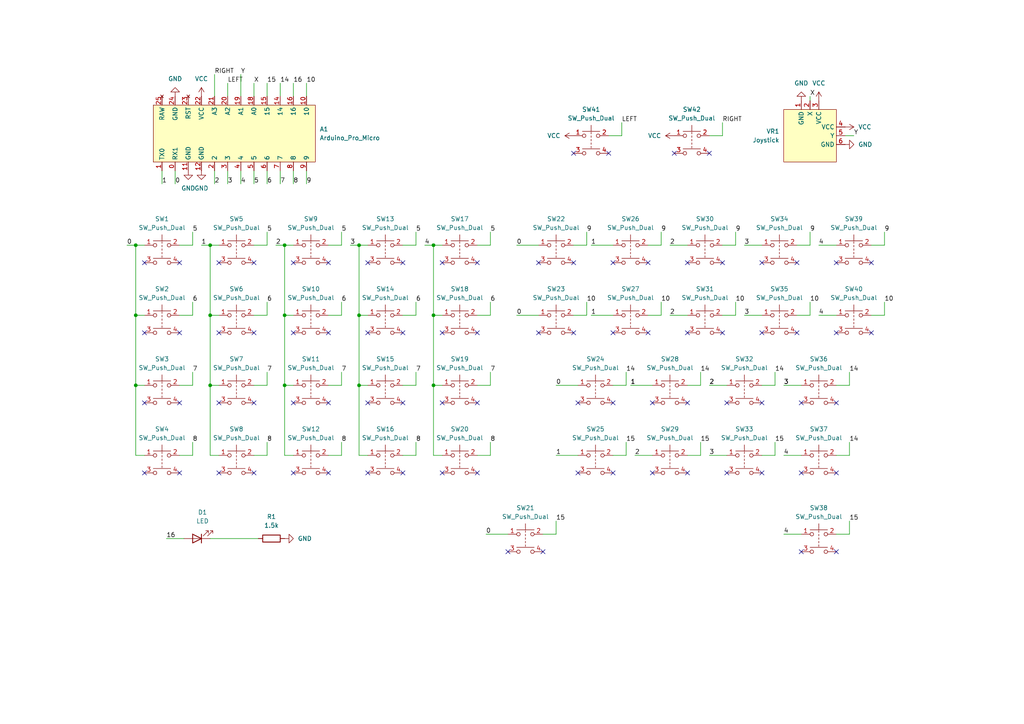
<source format=kicad_sch>
(kicad_sch (version 20211123) (generator eeschema)

  (uuid 1eec688b-9938-45ca-b2d3-ea775e2f828b)

  (paper "A4")

  (title_block
    (title "PCB Keyboard and Mouse")
    (date "2022-06-27")
    (rev "v01")
    (comment 1 "Author: Do it Myself")
  )

  (lib_symbols
    (symbol "Device:LED" (pin_numbers hide) (pin_names (offset 1.016) hide) (in_bom yes) (on_board yes)
      (property "Reference" "D" (id 0) (at 0 2.54 0)
        (effects (font (size 1.27 1.27)))
      )
      (property "Value" "LED" (id 1) (at 0 -2.54 0)
        (effects (font (size 1.27 1.27)))
      )
      (property "Footprint" "" (id 2) (at 0 0 0)
        (effects (font (size 1.27 1.27)) hide)
      )
      (property "Datasheet" "~" (id 3) (at 0 0 0)
        (effects (font (size 1.27 1.27)) hide)
      )
      (property "ki_keywords" "LED diode" (id 4) (at 0 0 0)
        (effects (font (size 1.27 1.27)) hide)
      )
      (property "ki_description" "Light emitting diode" (id 5) (at 0 0 0)
        (effects (font (size 1.27 1.27)) hide)
      )
      (property "ki_fp_filters" "LED* LED_SMD:* LED_THT:*" (id 6) (at 0 0 0)
        (effects (font (size 1.27 1.27)) hide)
      )
      (symbol "LED_0_1"
        (polyline
          (pts
            (xy -1.27 -1.27)
            (xy -1.27 1.27)
          )
          (stroke (width 0.254) (type default) (color 0 0 0 0))
          (fill (type none))
        )
        (polyline
          (pts
            (xy -1.27 0)
            (xy 1.27 0)
          )
          (stroke (width 0) (type default) (color 0 0 0 0))
          (fill (type none))
        )
        (polyline
          (pts
            (xy 1.27 -1.27)
            (xy 1.27 1.27)
            (xy -1.27 0)
            (xy 1.27 -1.27)
          )
          (stroke (width 0.254) (type default) (color 0 0 0 0))
          (fill (type none))
        )
        (polyline
          (pts
            (xy -3.048 -0.762)
            (xy -4.572 -2.286)
            (xy -3.81 -2.286)
            (xy -4.572 -2.286)
            (xy -4.572 -1.524)
          )
          (stroke (width 0) (type default) (color 0 0 0 0))
          (fill (type none))
        )
        (polyline
          (pts
            (xy -1.778 -0.762)
            (xy -3.302 -2.286)
            (xy -2.54 -2.286)
            (xy -3.302 -2.286)
            (xy -3.302 -1.524)
          )
          (stroke (width 0) (type default) (color 0 0 0 0))
          (fill (type none))
        )
      )
      (symbol "LED_1_1"
        (pin passive line (at -3.81 0 0) (length 2.54)
          (name "K" (effects (font (size 1.27 1.27))))
          (number "1" (effects (font (size 1.27 1.27))))
        )
        (pin passive line (at 3.81 0 180) (length 2.54)
          (name "A" (effects (font (size 1.27 1.27))))
          (number "2" (effects (font (size 1.27 1.27))))
        )
      )
    )
    (symbol "Device:R" (pin_numbers hide) (pin_names (offset 0)) (in_bom yes) (on_board yes)
      (property "Reference" "R" (id 0) (at 2.032 0 90)
        (effects (font (size 1.27 1.27)))
      )
      (property "Value" "R" (id 1) (at 0 0 90)
        (effects (font (size 1.27 1.27)))
      )
      (property "Footprint" "" (id 2) (at -1.778 0 90)
        (effects (font (size 1.27 1.27)) hide)
      )
      (property "Datasheet" "~" (id 3) (at 0 0 0)
        (effects (font (size 1.27 1.27)) hide)
      )
      (property "ki_keywords" "R res resistor" (id 4) (at 0 0 0)
        (effects (font (size 1.27 1.27)) hide)
      )
      (property "ki_description" "Resistor" (id 5) (at 0 0 0)
        (effects (font (size 1.27 1.27)) hide)
      )
      (property "ki_fp_filters" "R_*" (id 6) (at 0 0 0)
        (effects (font (size 1.27 1.27)) hide)
      )
      (symbol "R_0_1"
        (rectangle (start -1.016 -2.54) (end 1.016 2.54)
          (stroke (width 0.254) (type default) (color 0 0 0 0))
          (fill (type none))
        )
      )
      (symbol "R_1_1"
        (pin passive line (at 0 3.81 270) (length 1.27)
          (name "~" (effects (font (size 1.27 1.27))))
          (number "1" (effects (font (size 1.27 1.27))))
        )
        (pin passive line (at 0 -3.81 90) (length 1.27)
          (name "~" (effects (font (size 1.27 1.27))))
          (number "2" (effects (font (size 1.27 1.27))))
        )
      )
    )
    (symbol "Keyboard_mouse:Arduino_Pro_Micro" (in_bom yes) (on_board yes)
      (property "Reference" "A" (id 0) (at -2.54 20.32 0)
        (effects (font (size 1.27 1.27)))
      )
      (property "Value" "Arduino_Pro_Micro" (id 1) (at -1.27 -29.21 0)
        (effects (font (size 1.27 1.27)))
      )
      (property "Footprint" "" (id 2) (at 1.27 11.43 0)
        (effects (font (size 1.27 1.27)) hide)
      )
      (property "Datasheet" "" (id 3) (at 1.27 11.43 0)
        (effects (font (size 1.27 1.27)) hide)
      )
      (symbol "Arduino_Pro_Micro_0_1"
        (rectangle (start -10.16 19.05) (end 6.35 -27.94)
          (stroke (width 0) (type default) (color 0 0 0 0))
          (fill (type background))
        )
      )
      (symbol "Arduino_Pro_Micro_1_1"
        (pin output line (at -12.7 12.7 0) (length 2.54)
          (name "RX1" (effects (font (size 1.27 1.27))))
          (number "0" (effects (font (size 1.27 1.27))))
        )
        (pin output line (at -12.7 16.51 0) (length 2.54)
          (name "TX0" (effects (font (size 1.27 1.27))))
          (number "1" (effects (font (size 1.27 1.27))))
        )
        (pin input line (at 8.89 -25.4 180) (length 2.54)
          (name "10" (effects (font (size 1.27 1.27))))
          (number "10" (effects (font (size 1.27 1.27))))
        )
        (pin passive line (at -12.7 8.89 0) (length 2.54)
          (name "GND" (effects (font (size 1.27 1.27))))
          (number "11" (effects (font (size 1.27 1.27))))
        )
        (pin passive line (at -12.7 5.08 0) (length 2.54)
          (name "GND" (effects (font (size 1.27 1.27))))
          (number "12" (effects (font (size 1.27 1.27))))
        )
        (pin input line (at 8.89 -17.78 180) (length 2.54)
          (name "14" (effects (font (size 1.27 1.27))))
          (number "14" (effects (font (size 1.27 1.27))))
        )
        (pin input line (at 8.89 -13.97 180) (length 2.54)
          (name "15" (effects (font (size 1.27 1.27))))
          (number "15" (effects (font (size 1.27 1.27))))
        )
        (pin input line (at 8.89 -21.59 180) (length 2.54)
          (name "16" (effects (font (size 1.27 1.27))))
          (number "16" (effects (font (size 1.27 1.27))))
        )
        (pin input line (at 8.89 -10.16 180) (length 2.54)
          (name "A0" (effects (font (size 1.27 1.27))))
          (number "18" (effects (font (size 1.27 1.27))))
        )
        (pin input line (at 8.89 -6.35 180) (length 2.54)
          (name "A1" (effects (font (size 1.27 1.27))))
          (number "19" (effects (font (size 1.27 1.27))))
        )
        (pin output line (at -12.7 1.27 0) (length 2.54)
          (name "2" (effects (font (size 1.27 1.27))))
          (number "2" (effects (font (size 1.27 1.27))))
        )
        (pin input line (at 8.89 -2.54 180) (length 2.54)
          (name "A2" (effects (font (size 1.27 1.27))))
          (number "20" (effects (font (size 1.27 1.27))))
        )
        (pin input line (at 8.89 1.27 180) (length 2.54)
          (name "A3" (effects (font (size 1.27 1.27))))
          (number "21" (effects (font (size 1.27 1.27))))
        )
        (pin power_out line (at 8.89 5.08 180) (length 2.54)
          (name "VCC" (effects (font (size 1.27 1.27))))
          (number "22" (effects (font (size 1.27 1.27))))
        )
        (pin no_connect line (at 8.89 8.89 180) (length 2.54)
          (name "RST" (effects (font (size 1.27 1.27))))
          (number "23" (effects (font (size 1.27 1.27))))
        )
        (pin power_out line (at 8.89 12.7 180) (length 2.54)
          (name "GND" (effects (font (size 1.27 1.27))))
          (number "24" (effects (font (size 1.27 1.27))))
        )
        (pin no_connect line (at 8.89 16.51 180) (length 2.54)
          (name "RAW" (effects (font (size 1.27 1.27))))
          (number "25" (effects (font (size 1.27 1.27))))
        )
        (pin output line (at -12.7 -2.54 0) (length 2.54)
          (name "3" (effects (font (size 1.27 1.27))))
          (number "3" (effects (font (size 1.27 1.27))))
        )
        (pin output line (at -12.7 -6.35 0) (length 2.54)
          (name "4" (effects (font (size 1.27 1.27))))
          (number "4" (effects (font (size 1.27 1.27))))
        )
        (pin input line (at -12.7 -10.16 0) (length 2.54)
          (name "5" (effects (font (size 1.27 1.27))))
          (number "5" (effects (font (size 1.27 1.27))))
        )
        (pin input line (at -12.7 -13.97 0) (length 2.54)
          (name "6" (effects (font (size 1.27 1.27))))
          (number "6" (effects (font (size 1.27 1.27))))
        )
        (pin input line (at -12.7 -17.78 0) (length 2.54)
          (name "7" (effects (font (size 1.27 1.27))))
          (number "7" (effects (font (size 1.27 1.27))))
        )
        (pin input line (at -12.7 -21.59 0) (length 2.54)
          (name "8" (effects (font (size 1.27 1.27))))
          (number "8" (effects (font (size 1.27 1.27))))
        )
        (pin input line (at -12.7 -25.4 0) (length 2.54)
          (name "9" (effects (font (size 1.27 1.27))))
          (number "9" (effects (font (size 1.27 1.27))))
        )
      )
    )
    (symbol "Keyboard_mouse:Joystick" (in_bom yes) (on_board yes)
      (property "Reference" "VR" (id 0) (at 5.08 3.81 0)
        (effects (font (size 1.27 1.27)))
      )
      (property "Value" "Joystick" (id 1) (at -1.27 -16.51 0)
        (effects (font (size 1.27 1.27)))
      )
      (property "Footprint" "" (id 2) (at 0 0 0)
        (effects (font (size 1.27 1.27)) hide)
      )
      (property "Datasheet" "" (id 3) (at 0 0 0)
        (effects (font (size 1.27 1.27)) hide)
      )
      (symbol "Joystick_0_1"
        (rectangle (start -8.89 1.27) (end 6.35 -13.97)
          (stroke (width 0) (type default) (color 0 0 0 0))
          (fill (type background))
        )
      )
      (symbol "Joystick_1_1"
        (pin passive line (at -3.81 3.81 270) (length 2.54)
          (name "GND" (effects (font (size 1.27 1.27))))
          (number "1" (effects (font (size 1.27 1.27))))
        )
        (pin passive line (at -1.27 3.81 270) (length 2.54)
          (name "X" (effects (font (size 1.27 1.27))))
          (number "2" (effects (font (size 1.27 1.27))))
        )
        (pin passive line (at 1.27 3.81 270) (length 2.54)
          (name "VCC" (effects (font (size 1.27 1.27))))
          (number "3" (effects (font (size 1.27 1.27))))
        )
        (pin passive line (at 8.89 -3.81 180) (length 2.54)
          (name "VCC" (effects (font (size 1.27 1.27))))
          (number "4" (effects (font (size 1.27 1.27))))
        )
        (pin passive line (at 8.89 -6.35 180) (length 2.54)
          (name "Y" (effects (font (size 1.27 1.27))))
          (number "5" (effects (font (size 1.27 1.27))))
        )
        (pin passive line (at 8.89 -8.89 180) (length 2.54)
          (name "GND" (effects (font (size 1.27 1.27))))
          (number "6" (effects (font (size 1.27 1.27))))
        )
      )
    )
    (symbol "Switch:SW_Push_Dual" (pin_names (offset 1.016) hide) (in_bom yes) (on_board yes)
      (property "Reference" "SW" (id 0) (at 1.27 2.54 0)
        (effects (font (size 1.27 1.27)) (justify left))
      )
      (property "Value" "SW_Push_Dual" (id 1) (at 0 -6.858 0)
        (effects (font (size 1.27 1.27)))
      )
      (property "Footprint" "" (id 2) (at 0 5.08 0)
        (effects (font (size 1.27 1.27)) hide)
      )
      (property "Datasheet" "~" (id 3) (at 0 5.08 0)
        (effects (font (size 1.27 1.27)) hide)
      )
      (property "ki_keywords" "switch normally-open pushbutton push-button" (id 4) (at 0 0 0)
        (effects (font (size 1.27 1.27)) hide)
      )
      (property "ki_description" "Push button switch, generic, symbol, four pins" (id 5) (at 0 0 0)
        (effects (font (size 1.27 1.27)) hide)
      )
      (symbol "SW_Push_Dual_0_1"
        (circle (center -2.032 -5.08) (radius 0.508)
          (stroke (width 0) (type default) (color 0 0 0 0))
          (fill (type none))
        )
        (circle (center -2.032 0) (radius 0.508)
          (stroke (width 0) (type default) (color 0 0 0 0))
          (fill (type none))
        )
        (polyline
          (pts
            (xy 0 -3.048)
            (xy 0 -3.556)
          )
          (stroke (width 0) (type default) (color 0 0 0 0))
          (fill (type none))
        )
        (polyline
          (pts
            (xy 0 -2.032)
            (xy 0 -2.54)
          )
          (stroke (width 0) (type default) (color 0 0 0 0))
          (fill (type none))
        )
        (polyline
          (pts
            (xy 0 -1.524)
            (xy 0 -1.016)
          )
          (stroke (width 0) (type default) (color 0 0 0 0))
          (fill (type none))
        )
        (polyline
          (pts
            (xy 0 -0.508)
            (xy 0 0)
          )
          (stroke (width 0) (type default) (color 0 0 0 0))
          (fill (type none))
        )
        (polyline
          (pts
            (xy 0 0.508)
            (xy 0 1.016)
          )
          (stroke (width 0) (type default) (color 0 0 0 0))
          (fill (type none))
        )
        (polyline
          (pts
            (xy 0 1.27)
            (xy 0 3.048)
          )
          (stroke (width 0) (type default) (color 0 0 0 0))
          (fill (type none))
        )
        (polyline
          (pts
            (xy 2.54 -3.81)
            (xy -2.54 -3.81)
          )
          (stroke (width 0) (type default) (color 0 0 0 0))
          (fill (type none))
        )
        (polyline
          (pts
            (xy 2.54 1.27)
            (xy -2.54 1.27)
          )
          (stroke (width 0) (type default) (color 0 0 0 0))
          (fill (type none))
        )
        (circle (center 2.032 -5.08) (radius 0.508)
          (stroke (width 0) (type default) (color 0 0 0 0))
          (fill (type none))
        )
        (circle (center 2.032 0) (radius 0.508)
          (stroke (width 0) (type default) (color 0 0 0 0))
          (fill (type none))
        )
        (pin passive line (at -5.08 0 0) (length 2.54)
          (name "1" (effects (font (size 1.27 1.27))))
          (number "1" (effects (font (size 1.27 1.27))))
        )
        (pin passive line (at 5.08 0 180) (length 2.54)
          (name "2" (effects (font (size 1.27 1.27))))
          (number "2" (effects (font (size 1.27 1.27))))
        )
        (pin passive line (at -5.08 -5.08 0) (length 2.54)
          (name "3" (effects (font (size 1.27 1.27))))
          (number "3" (effects (font (size 1.27 1.27))))
        )
        (pin passive line (at 5.08 -5.08 180) (length 2.54)
          (name "4" (effects (font (size 1.27 1.27))))
          (number "4" (effects (font (size 1.27 1.27))))
        )
      )
    )
    (symbol "power:GND" (power) (pin_names (offset 0)) (in_bom yes) (on_board yes)
      (property "Reference" "#PWR" (id 0) (at 0 -6.35 0)
        (effects (font (size 1.27 1.27)) hide)
      )
      (property "Value" "GND" (id 1) (at 0 -3.81 0)
        (effects (font (size 1.27 1.27)))
      )
      (property "Footprint" "" (id 2) (at 0 0 0)
        (effects (font (size 1.27 1.27)) hide)
      )
      (property "Datasheet" "" (id 3) (at 0 0 0)
        (effects (font (size 1.27 1.27)) hide)
      )
      (property "ki_keywords" "power-flag" (id 4) (at 0 0 0)
        (effects (font (size 1.27 1.27)) hide)
      )
      (property "ki_description" "Power symbol creates a global label with name \"GND\" , ground" (id 5) (at 0 0 0)
        (effects (font (size 1.27 1.27)) hide)
      )
      (symbol "GND_0_1"
        (polyline
          (pts
            (xy 0 0)
            (xy 0 -1.27)
            (xy 1.27 -1.27)
            (xy 0 -2.54)
            (xy -1.27 -1.27)
            (xy 0 -1.27)
          )
          (stroke (width 0) (type default) (color 0 0 0 0))
          (fill (type none))
        )
      )
      (symbol "GND_1_1"
        (pin power_in line (at 0 0 270) (length 0) hide
          (name "GND" (effects (font (size 1.27 1.27))))
          (number "1" (effects (font (size 1.27 1.27))))
        )
      )
    )
    (symbol "power:VCC" (power) (pin_names (offset 0)) (in_bom yes) (on_board yes)
      (property "Reference" "#PWR" (id 0) (at 0 -3.81 0)
        (effects (font (size 1.27 1.27)) hide)
      )
      (property "Value" "VCC" (id 1) (at 0 3.81 0)
        (effects (font (size 1.27 1.27)))
      )
      (property "Footprint" "" (id 2) (at 0 0 0)
        (effects (font (size 1.27 1.27)) hide)
      )
      (property "Datasheet" "" (id 3) (at 0 0 0)
        (effects (font (size 1.27 1.27)) hide)
      )
      (property "ki_keywords" "power-flag" (id 4) (at 0 0 0)
        (effects (font (size 1.27 1.27)) hide)
      )
      (property "ki_description" "Power symbol creates a global label with name \"VCC\"" (id 5) (at 0 0 0)
        (effects (font (size 1.27 1.27)) hide)
      )
      (symbol "VCC_0_1"
        (polyline
          (pts
            (xy -0.762 1.27)
            (xy 0 2.54)
          )
          (stroke (width 0) (type default) (color 0 0 0 0))
          (fill (type none))
        )
        (polyline
          (pts
            (xy 0 0)
            (xy 0 2.54)
          )
          (stroke (width 0) (type default) (color 0 0 0 0))
          (fill (type none))
        )
        (polyline
          (pts
            (xy 0 2.54)
            (xy 0.762 1.27)
          )
          (stroke (width 0) (type default) (color 0 0 0 0))
          (fill (type none))
        )
      )
      (symbol "VCC_1_1"
        (pin power_in line (at 0 0 90) (length 0) hide
          (name "VCC" (effects (font (size 1.27 1.27))))
          (number "1" (effects (font (size 1.27 1.27))))
        )
      )
    )
  )

  (junction (at 104.14 91.44) (diameter 0) (color 0 0 0 0)
    (uuid 23651121-ae0a-4a36-9f56-cb5989e80da2)
  )
  (junction (at 60.96 71.12) (diameter 0) (color 0 0 0 0)
    (uuid 267845a1-edb5-4989-80d5-46bbb1b84d98)
  )
  (junction (at 39.37 91.44) (diameter 0) (color 0 0 0 0)
    (uuid 2eb5ac84-de41-4c2f-aea4-a2b5a80b1869)
  )
  (junction (at 104.14 71.12) (diameter 0) (color 0 0 0 0)
    (uuid 483fe91a-673c-40f1-84d4-4c9f522d5fda)
  )
  (junction (at 82.55 91.44) (diameter 0) (color 0 0 0 0)
    (uuid 51ecc29b-27d7-427e-83f0-c04a0026c66d)
  )
  (junction (at 125.73 111.76) (diameter 0) (color 0 0 0 0)
    (uuid 5761f714-a0fd-4e25-8f9f-e95ec4c3852e)
  )
  (junction (at 82.55 71.12) (diameter 0) (color 0 0 0 0)
    (uuid 5c0f9d59-a106-4eb6-aa40-718229786aaa)
  )
  (junction (at 125.73 91.44) (diameter 0) (color 0 0 0 0)
    (uuid 7a1eadf6-e28f-450c-9260-a51129bf0349)
  )
  (junction (at 104.14 111.76) (diameter 0) (color 0 0 0 0)
    (uuid ac0f4eed-42ed-43e3-bca1-5e67253fcf25)
  )
  (junction (at 125.73 71.12) (diameter 0) (color 0 0 0 0)
    (uuid b855b585-d724-466a-911a-1ffa41b872d8)
  )
  (junction (at 39.37 111.76) (diameter 0) (color 0 0 0 0)
    (uuid b954a4b8-88d6-4ad1-8e9f-1fc4fdb31b83)
  )
  (junction (at 60.96 91.44) (diameter 0) (color 0 0 0 0)
    (uuid d234c95b-bf01-4aaf-b8cf-2b66099a0b90)
  )
  (junction (at 82.55 111.76) (diameter 0) (color 0 0 0 0)
    (uuid d936ea59-eb2a-4901-aa6d-b76f66d4bed4)
  )
  (junction (at 39.37 71.12) (diameter 0) (color 0 0 0 0)
    (uuid e8f1dd8a-8e8a-4946-b95e-b9127a4584df)
  )
  (junction (at 60.96 111.76) (diameter 0) (color 0 0 0 0)
    (uuid fd20e1fe-d1c0-4297-8669-bdefc64b8ece)
  )

  (no_connect (at 95.25 96.52) (uuid 17d2d448-7768-4cb3-8882-f15878389b19))
  (no_connect (at 85.09 96.52) (uuid 17d2d448-7768-4cb3-8882-f15878389b1a))
  (no_connect (at 116.84 76.2) (uuid 17d2d448-7768-4cb3-8882-f15878389b1b))
  (no_connect (at 106.68 76.2) (uuid 17d2d448-7768-4cb3-8882-f15878389b1c))
  (no_connect (at 95.25 76.2) (uuid 17d2d448-7768-4cb3-8882-f15878389b1d))
  (no_connect (at 85.09 76.2) (uuid 17d2d448-7768-4cb3-8882-f15878389b1e))
  (no_connect (at 116.84 96.52) (uuid 17d2d448-7768-4cb3-8882-f15878389b1f))
  (no_connect (at 106.68 96.52) (uuid 17d2d448-7768-4cb3-8882-f15878389b20))
  (no_connect (at 41.91 96.52) (uuid 17d2d448-7768-4cb3-8882-f15878389b21))
  (no_connect (at 41.91 76.2) (uuid 17d2d448-7768-4cb3-8882-f15878389b22))
  (no_connect (at 73.66 96.52) (uuid 17d2d448-7768-4cb3-8882-f15878389b23))
  (no_connect (at 73.66 76.2) (uuid 17d2d448-7768-4cb3-8882-f15878389b24))
  (no_connect (at 63.5 76.2) (uuid 17d2d448-7768-4cb3-8882-f15878389b25))
  (no_connect (at 52.07 76.2) (uuid 17d2d448-7768-4cb3-8882-f15878389b26))
  (no_connect (at 63.5 96.52) (uuid 17d2d448-7768-4cb3-8882-f15878389b27))
  (no_connect (at 52.07 96.52) (uuid 17d2d448-7768-4cb3-8882-f15878389b28))
  (no_connect (at 63.5 116.84) (uuid 17d2d448-7768-4cb3-8882-f15878389b29))
  (no_connect (at 73.66 116.84) (uuid 17d2d448-7768-4cb3-8882-f15878389b2a))
  (no_connect (at 52.07 116.84) (uuid 17d2d448-7768-4cb3-8882-f15878389b2b))
  (no_connect (at 41.91 116.84) (uuid 17d2d448-7768-4cb3-8882-f15878389b2c))
  (no_connect (at 52.07 137.16) (uuid 17d2d448-7768-4cb3-8882-f15878389b2d))
  (no_connect (at 41.91 137.16) (uuid 17d2d448-7768-4cb3-8882-f15878389b2e))
  (no_connect (at 95.25 116.84) (uuid 17d2d448-7768-4cb3-8882-f15878389b2f))
  (no_connect (at 85.09 116.84) (uuid 17d2d448-7768-4cb3-8882-f15878389b30))
  (no_connect (at 95.25 137.16) (uuid 17d2d448-7768-4cb3-8882-f15878389b31))
  (no_connect (at 85.09 137.16) (uuid 17d2d448-7768-4cb3-8882-f15878389b32))
  (no_connect (at 73.66 137.16) (uuid 17d2d448-7768-4cb3-8882-f15878389b33))
  (no_connect (at 63.5 137.16) (uuid 17d2d448-7768-4cb3-8882-f15878389b34))
  (no_connect (at 116.84 137.16) (uuid 17d2d448-7768-4cb3-8882-f15878389b35))
  (no_connect (at 106.68 137.16) (uuid 17d2d448-7768-4cb3-8882-f15878389b36))
  (no_connect (at 116.84 116.84) (uuid 17d2d448-7768-4cb3-8882-f15878389b37))
  (no_connect (at 106.68 116.84) (uuid 17d2d448-7768-4cb3-8882-f15878389b38))
  (no_connect (at 167.64 116.84) (uuid 17d2d448-7768-4cb3-8882-f15878389b39))
  (no_connect (at 177.8 116.84) (uuid 17d2d448-7768-4cb3-8882-f15878389b3a))
  (no_connect (at 177.8 137.16) (uuid 17d2d448-7768-4cb3-8882-f15878389b3b))
  (no_connect (at 167.64 137.16) (uuid 17d2d448-7768-4cb3-8882-f15878389b3c))
  (no_connect (at 199.39 116.84) (uuid 17d2d448-7768-4cb3-8882-f15878389b3d))
  (no_connect (at 189.23 116.84) (uuid 17d2d448-7768-4cb3-8882-f15878389b3e))
  (no_connect (at 157.48 160.02) (uuid 17d2d448-7768-4cb3-8882-f15878389b3f))
  (no_connect (at 147.32 160.02) (uuid 17d2d448-7768-4cb3-8882-f15878389b40))
  (no_connect (at 199.39 137.16) (uuid 17d2d448-7768-4cb3-8882-f15878389b41))
  (no_connect (at 189.23 137.16) (uuid 17d2d448-7768-4cb3-8882-f15878389b42))
  (no_connect (at 166.37 96.52) (uuid 17d2d448-7768-4cb3-8882-f15878389b43))
  (no_connect (at 156.21 96.52) (uuid 17d2d448-7768-4cb3-8882-f15878389b44))
  (no_connect (at 166.37 76.2) (uuid 17d2d448-7768-4cb3-8882-f15878389b45))
  (no_connect (at 156.21 76.2) (uuid 17d2d448-7768-4cb3-8882-f15878389b46))
  (no_connect (at 187.96 76.2) (uuid 17d2d448-7768-4cb3-8882-f15878389b47))
  (no_connect (at 177.8 76.2) (uuid 17d2d448-7768-4cb3-8882-f15878389b48))
  (no_connect (at 187.96 96.52) (uuid 17d2d448-7768-4cb3-8882-f15878389b49))
  (no_connect (at 177.8 96.52) (uuid 17d2d448-7768-4cb3-8882-f15878389b4a))
  (no_connect (at 138.43 137.16) (uuid 17d2d448-7768-4cb3-8882-f15878389b4b))
  (no_connect (at 128.27 137.16) (uuid 17d2d448-7768-4cb3-8882-f15878389b4c))
  (no_connect (at 128.27 76.2) (uuid 17d2d448-7768-4cb3-8882-f15878389b4d))
  (no_connect (at 138.43 96.52) (uuid 17d2d448-7768-4cb3-8882-f15878389b4e))
  (no_connect (at 128.27 96.52) (uuid 17d2d448-7768-4cb3-8882-f15878389b4f))
  (no_connect (at 138.43 76.2) (uuid 17d2d448-7768-4cb3-8882-f15878389b50))
  (no_connect (at 138.43 116.84) (uuid 17d2d448-7768-4cb3-8882-f15878389b51))
  (no_connect (at 128.27 116.84) (uuid 17d2d448-7768-4cb3-8882-f15878389b52))
  (no_connect (at 252.73 76.2) (uuid 17d2d448-7768-4cb3-8882-f15878389b53))
  (no_connect (at 242.57 76.2) (uuid 17d2d448-7768-4cb3-8882-f15878389b54))
  (no_connect (at 209.55 76.2) (uuid 17d2d448-7768-4cb3-8882-f15878389b55))
  (no_connect (at 199.39 76.2) (uuid 17d2d448-7768-4cb3-8882-f15878389b56))
  (no_connect (at 231.14 76.2) (uuid 17d2d448-7768-4cb3-8882-f15878389b57))
  (no_connect (at 220.98 76.2) (uuid 17d2d448-7768-4cb3-8882-f15878389b58))
  (no_connect (at 231.14 96.52) (uuid 17d2d448-7768-4cb3-8882-f15878389b59))
  (no_connect (at 220.98 96.52) (uuid 17d2d448-7768-4cb3-8882-f15878389b5a))
  (no_connect (at 242.57 96.52) (uuid 17d2d448-7768-4cb3-8882-f15878389b5b))
  (no_connect (at 252.73 96.52) (uuid 17d2d448-7768-4cb3-8882-f15878389b5c))
  (no_connect (at 209.55 96.52) (uuid 17d2d448-7768-4cb3-8882-f15878389b5d))
  (no_connect (at 199.39 96.52) (uuid 17d2d448-7768-4cb3-8882-f15878389b5e))
  (no_connect (at 242.57 116.84) (uuid 17d2d448-7768-4cb3-8882-f15878389b5f))
  (no_connect (at 242.57 160.02) (uuid 17d2d448-7768-4cb3-8882-f15878389b60))
  (no_connect (at 232.41 160.02) (uuid 17d2d448-7768-4cb3-8882-f15878389b61))
  (no_connect (at 232.41 116.84) (uuid 17d2d448-7768-4cb3-8882-f15878389b62))
  (no_connect (at 220.98 116.84) (uuid 17d2d448-7768-4cb3-8882-f15878389b63))
  (no_connect (at 242.57 137.16) (uuid 17d2d448-7768-4cb3-8882-f15878389b64))
  (no_connect (at 232.41 137.16) (uuid 17d2d448-7768-4cb3-8882-f15878389b65))
  (no_connect (at 220.98 137.16) (uuid 17d2d448-7768-4cb3-8882-f15878389b66))
  (no_connect (at 210.82 137.16) (uuid 17d2d448-7768-4cb3-8882-f15878389b67))
  (no_connect (at 210.82 116.84) (uuid 17d2d448-7768-4cb3-8882-f15878389b68))
  (no_connect (at 205.74 44.45) (uuid e712e5ad-ef6c-406e-ad24-a7827c0c69d5))
  (no_connect (at 195.58 44.45) (uuid e712e5ad-ef6c-406e-ad24-a7827c0c69d6))
  (no_connect (at 166.37 44.45) (uuid e712e5ad-ef6c-406e-ad24-a7827c0c69d7))
  (no_connect (at 176.53 44.45) (uuid e712e5ad-ef6c-406e-ad24-a7827c0c69d8))

  (wire (pts (xy 138.43 132.08) (xy 142.24 132.08))
    (stroke (width 0) (type default) (color 0 0 0 0))
    (uuid 037d2939-7987-4798-afbe-5ca438b30d68)
  )
  (wire (pts (xy 187.96 71.12) (xy 191.77 71.12))
    (stroke (width 0) (type default) (color 0 0 0 0))
    (uuid 043daa97-9a85-4054-b40d-722899b6a04a)
  )
  (wire (pts (xy 245.11 39.37) (xy 247.65 39.37))
    (stroke (width 0) (type default) (color 0 0 0 0))
    (uuid 05597ae4-41b8-46fe-a0db-d70d21dc0162)
  )
  (wire (pts (xy 242.57 111.76) (xy 246.38 111.76))
    (stroke (width 0) (type default) (color 0 0 0 0))
    (uuid 057025a5-0926-4b8a-8dd9-4e154ca26982)
  )
  (wire (pts (xy 73.66 91.44) (xy 77.47 91.44))
    (stroke (width 0) (type default) (color 0 0 0 0))
    (uuid 060c4833-0339-4ef3-b4ee-6b42ab7c6ef0)
  )
  (wire (pts (xy 55.88 67.31) (xy 55.88 71.12))
    (stroke (width 0) (type default) (color 0 0 0 0))
    (uuid 07fff3cf-ee02-4f97-8fa9-dcc28ff7f13c)
  )
  (wire (pts (xy 194.31 91.44) (xy 199.39 91.44))
    (stroke (width 0) (type default) (color 0 0 0 0))
    (uuid 08b97604-d4f1-40f7-958f-fa132005c18f)
  )
  (wire (pts (xy 85.09 49.53) (xy 85.09 53.34))
    (stroke (width 0) (type default) (color 0 0 0 0))
    (uuid 0b018620-5eed-43b5-a0e3-654f1f14e29f)
  )
  (wire (pts (xy 73.66 24.13) (xy 73.66 27.94))
    (stroke (width 0) (type default) (color 0 0 0 0))
    (uuid 0c50f61b-2b04-4fd3-ae15-e4bed324fe72)
  )
  (wire (pts (xy 81.28 24.13) (xy 81.28 27.94))
    (stroke (width 0) (type default) (color 0 0 0 0))
    (uuid 0e264376-0fc5-4fd5-b170-b12de6620188)
  )
  (wire (pts (xy 39.37 91.44) (xy 39.37 111.76))
    (stroke (width 0) (type default) (color 0 0 0 0))
    (uuid 1024f929-8c33-4ba0-9793-781cf88da1ad)
  )
  (wire (pts (xy 60.96 156.21) (xy 74.93 156.21))
    (stroke (width 0) (type default) (color 0 0 0 0))
    (uuid 131a69ff-a576-4dd8-b8bf-80a63330836b)
  )
  (wire (pts (xy 125.73 132.08) (xy 128.27 132.08))
    (stroke (width 0) (type default) (color 0 0 0 0))
    (uuid 16ab264d-9477-437f-b859-b98da238d049)
  )
  (wire (pts (xy 213.36 67.31) (xy 213.36 71.12))
    (stroke (width 0) (type default) (color 0 0 0 0))
    (uuid 1993a668-d00b-486c-987f-842d15ff3734)
  )
  (wire (pts (xy 104.14 111.76) (xy 104.14 132.08))
    (stroke (width 0) (type default) (color 0 0 0 0))
    (uuid 19dde223-b456-4c2d-bc14-d9b3b11f99a4)
  )
  (wire (pts (xy 55.88 87.63) (xy 55.88 91.44))
    (stroke (width 0) (type default) (color 0 0 0 0))
    (uuid 1b135081-8dc8-4ca0-8908-afe858c2a1d4)
  )
  (wire (pts (xy 60.96 91.44) (xy 63.5 91.44))
    (stroke (width 0) (type default) (color 0 0 0 0))
    (uuid 1bb70032-506b-481c-a61d-a9a2a42e4bbc)
  )
  (wire (pts (xy 52.07 91.44) (xy 55.88 91.44))
    (stroke (width 0) (type default) (color 0 0 0 0))
    (uuid 1ee83d38-e688-4c88-a436-a8a4f0c61ce0)
  )
  (wire (pts (xy 224.79 107.95) (xy 224.79 111.76))
    (stroke (width 0) (type default) (color 0 0 0 0))
    (uuid 1f9882fe-9507-4074-bfa6-0ce7b2ff066f)
  )
  (wire (pts (xy 181.61 107.95) (xy 181.61 111.76))
    (stroke (width 0) (type default) (color 0 0 0 0))
    (uuid 214feba8-c79d-4059-a95e-208a201c9295)
  )
  (wire (pts (xy 120.65 87.63) (xy 120.65 91.44))
    (stroke (width 0) (type default) (color 0 0 0 0))
    (uuid 24f4f2e4-f82d-4719-af66-ad6a656e6d38)
  )
  (wire (pts (xy 237.49 71.12) (xy 242.57 71.12))
    (stroke (width 0) (type default) (color 0 0 0 0))
    (uuid 26b5932c-1576-4d3f-999a-a5236bbace19)
  )
  (wire (pts (xy 205.74 39.37) (xy 209.55 39.37))
    (stroke (width 0) (type default) (color 0 0 0 0))
    (uuid 287834b8-f62d-40f2-9570-43a1186b5493)
  )
  (wire (pts (xy 170.18 87.63) (xy 170.18 91.44))
    (stroke (width 0) (type default) (color 0 0 0 0))
    (uuid 2e988504-ed93-4e20-a645-aae2eeb2fdbc)
  )
  (wire (pts (xy 177.8 132.08) (xy 181.61 132.08))
    (stroke (width 0) (type default) (color 0 0 0 0))
    (uuid 2ea8f638-639c-4935-a2f2-334c5d10977a)
  )
  (wire (pts (xy 140.97 154.94) (xy 147.32 154.94))
    (stroke (width 0) (type default) (color 0 0 0 0))
    (uuid 2fc6b129-5cc5-45d9-a2ab-8368af56242c)
  )
  (wire (pts (xy 39.37 132.08) (xy 41.91 132.08))
    (stroke (width 0) (type default) (color 0 0 0 0))
    (uuid 3087c774-ad3c-4881-a198-276eec487b18)
  )
  (wire (pts (xy 125.73 111.76) (xy 125.73 132.08))
    (stroke (width 0) (type default) (color 0 0 0 0))
    (uuid 341691a5-c248-4fe5-bd22-7dca976ff027)
  )
  (wire (pts (xy 142.24 107.95) (xy 142.24 111.76))
    (stroke (width 0) (type default) (color 0 0 0 0))
    (uuid 35d25c40-2189-4883-94eb-1f8b915dfbc8)
  )
  (wire (pts (xy 125.73 71.12) (xy 125.73 91.44))
    (stroke (width 0) (type default) (color 0 0 0 0))
    (uuid 368c6b49-1647-405d-aaa2-b663a4ed6791)
  )
  (wire (pts (xy 161.29 132.08) (xy 167.64 132.08))
    (stroke (width 0) (type default) (color 0 0 0 0))
    (uuid 39212bec-95fc-46c1-ba3f-4a3d4614cdfe)
  )
  (wire (pts (xy 104.14 71.12) (xy 106.68 71.12))
    (stroke (width 0) (type default) (color 0 0 0 0))
    (uuid 398a732f-3af0-4d19-a02b-710dd900fcba)
  )
  (wire (pts (xy 125.73 91.44) (xy 128.27 91.44))
    (stroke (width 0) (type default) (color 0 0 0 0))
    (uuid 3d39e960-5ca5-415e-9709-e36f7d42c46e)
  )
  (wire (pts (xy 116.84 132.08) (xy 120.65 132.08))
    (stroke (width 0) (type default) (color 0 0 0 0))
    (uuid 3fc659aa-aa7c-475f-a62a-6286b4ad5b96)
  )
  (wire (pts (xy 184.15 132.08) (xy 189.23 132.08))
    (stroke (width 0) (type default) (color 0 0 0 0))
    (uuid 402bc85a-ef4d-4e84-b3fb-c7b95c2c9ffc)
  )
  (wire (pts (xy 220.98 111.76) (xy 224.79 111.76))
    (stroke (width 0) (type default) (color 0 0 0 0))
    (uuid 421db0c0-c819-45f6-9309-b7cb0fd75328)
  )
  (wire (pts (xy 246.38 151.13) (xy 246.38 154.94))
    (stroke (width 0) (type default) (color 0 0 0 0))
    (uuid 43a7210d-f857-41b6-9f79-4c8a4c14f14d)
  )
  (wire (pts (xy 36.83 71.12) (xy 39.37 71.12))
    (stroke (width 0) (type default) (color 0 0 0 0))
    (uuid 440afd89-90e3-430c-aad9-c68c024a4e0a)
  )
  (wire (pts (xy 99.06 67.31) (xy 99.06 71.12))
    (stroke (width 0) (type default) (color 0 0 0 0))
    (uuid 45eb6d71-f465-4a4e-95e1-bbe4e2bb4b77)
  )
  (wire (pts (xy 77.47 24.13) (xy 77.47 27.94))
    (stroke (width 0) (type default) (color 0 0 0 0))
    (uuid 46f602f9-adf0-4b1a-b37d-7a5564e1d854)
  )
  (wire (pts (xy 39.37 111.76) (xy 39.37 132.08))
    (stroke (width 0) (type default) (color 0 0 0 0))
    (uuid 470cd735-5eb2-4a54-8d63-902dcad92218)
  )
  (wire (pts (xy 205.74 132.08) (xy 210.82 132.08))
    (stroke (width 0) (type default) (color 0 0 0 0))
    (uuid 48d0ffc0-5446-4acf-b987-6db02e38c573)
  )
  (wire (pts (xy 69.85 49.53) (xy 69.85 53.34))
    (stroke (width 0) (type default) (color 0 0 0 0))
    (uuid 4bcead56-d498-4b2d-87e4-bd8a3902e2fd)
  )
  (wire (pts (xy 39.37 91.44) (xy 41.91 91.44))
    (stroke (width 0) (type default) (color 0 0 0 0))
    (uuid 4dab24ab-dce3-4e53-8424-0951f8550abd)
  )
  (wire (pts (xy 256.54 87.63) (xy 256.54 91.44))
    (stroke (width 0) (type default) (color 0 0 0 0))
    (uuid 4ee3fd23-b8e2-4dcc-aac8-250b457eaec2)
  )
  (wire (pts (xy 191.77 67.31) (xy 191.77 71.12))
    (stroke (width 0) (type default) (color 0 0 0 0))
    (uuid 507b705e-8a7b-4793-bd4d-a721c5248139)
  )
  (wire (pts (xy 60.96 111.76) (xy 60.96 132.08))
    (stroke (width 0) (type default) (color 0 0 0 0))
    (uuid 51f65e49-bfb0-4250-8bb4-879d91ef7815)
  )
  (wire (pts (xy 52.07 111.76) (xy 55.88 111.76))
    (stroke (width 0) (type default) (color 0 0 0 0))
    (uuid 528e88ef-aa0d-4662-97ba-8a4336da439e)
  )
  (wire (pts (xy 209.55 35.56) (xy 209.55 39.37))
    (stroke (width 0) (type default) (color 0 0 0 0))
    (uuid 53306c9f-af65-4208-ae43-b0a413dc6aee)
  )
  (wire (pts (xy 58.42 71.12) (xy 60.96 71.12))
    (stroke (width 0) (type default) (color 0 0 0 0))
    (uuid 550c1c69-67eb-4647-bb6f-921c3b4aa9a8)
  )
  (wire (pts (xy 99.06 128.27) (xy 99.06 132.08))
    (stroke (width 0) (type default) (color 0 0 0 0))
    (uuid 57d0fe6c-dfc5-46ec-b9df-921fda90560f)
  )
  (wire (pts (xy 77.47 67.31) (xy 77.47 71.12))
    (stroke (width 0) (type default) (color 0 0 0 0))
    (uuid 58950a30-c558-4d9b-a88d-2e0446d9e3bb)
  )
  (wire (pts (xy 199.39 132.08) (xy 203.2 132.08))
    (stroke (width 0) (type default) (color 0 0 0 0))
    (uuid 5a944188-a8af-4cd8-b73c-dea224a57cd1)
  )
  (wire (pts (xy 246.38 128.27) (xy 246.38 132.08))
    (stroke (width 0) (type default) (color 0 0 0 0))
    (uuid 5aea0fbb-cf97-4e78-b7c3-9e81ee184992)
  )
  (wire (pts (xy 55.88 128.27) (xy 55.88 132.08))
    (stroke (width 0) (type default) (color 0 0 0 0))
    (uuid 5c9e522c-a050-4bfe-a7a7-73d4e5c9fc21)
  )
  (wire (pts (xy 60.96 91.44) (xy 60.96 111.76))
    (stroke (width 0) (type default) (color 0 0 0 0))
    (uuid 6087f79b-e7dd-46ea-a0ca-401982406d9e)
  )
  (wire (pts (xy 242.57 154.94) (xy 246.38 154.94))
    (stroke (width 0) (type default) (color 0 0 0 0))
    (uuid 62a6cf23-b998-4fb8-8c30-712af26c829f)
  )
  (wire (pts (xy 209.55 91.44) (xy 213.36 91.44))
    (stroke (width 0) (type default) (color 0 0 0 0))
    (uuid 65239452-1370-4149-85e1-664a3db5258e)
  )
  (wire (pts (xy 88.9 24.13) (xy 88.9 27.94))
    (stroke (width 0) (type default) (color 0 0 0 0))
    (uuid 697622ab-ffe7-41fe-a784-6959147802c3)
  )
  (wire (pts (xy 176.53 39.37) (xy 180.34 39.37))
    (stroke (width 0) (type default) (color 0 0 0 0))
    (uuid 6a2a6269-b6a1-4e67-a81c-d732fc2efeec)
  )
  (wire (pts (xy 161.29 151.13) (xy 161.29 154.94))
    (stroke (width 0) (type default) (color 0 0 0 0))
    (uuid 6cd77355-0b48-4208-aa07-004d7bb5c75b)
  )
  (wire (pts (xy 138.43 71.12) (xy 142.24 71.12))
    (stroke (width 0) (type default) (color 0 0 0 0))
    (uuid 6f9994a0-ce11-43a3-af10-5d3b3631438d)
  )
  (wire (pts (xy 138.43 91.44) (xy 142.24 91.44))
    (stroke (width 0) (type default) (color 0 0 0 0))
    (uuid 715701c2-8c12-46ca-bc8b-493d3c50baba)
  )
  (wire (pts (xy 66.04 49.53) (xy 66.04 53.34))
    (stroke (width 0) (type default) (color 0 0 0 0))
    (uuid 73ba5413-7eb8-4f66-be8a-ea6848b7befa)
  )
  (wire (pts (xy 62.23 21.59) (xy 62.23 27.94))
    (stroke (width 0) (type default) (color 0 0 0 0))
    (uuid 755c42dc-255c-4bd9-8445-2a5ac2e6434e)
  )
  (wire (pts (xy 125.73 91.44) (xy 125.73 111.76))
    (stroke (width 0) (type default) (color 0 0 0 0))
    (uuid 76030792-e56b-4871-956a-27ce6036dce5)
  )
  (wire (pts (xy 116.84 111.76) (xy 120.65 111.76))
    (stroke (width 0) (type default) (color 0 0 0 0))
    (uuid 7618a7f8-f5d0-4347-9a87-4b3a90c9aedf)
  )
  (wire (pts (xy 252.73 91.44) (xy 256.54 91.44))
    (stroke (width 0) (type default) (color 0 0 0 0))
    (uuid 76398b39-cbf3-4dd9-b658-3a66ae01c825)
  )
  (wire (pts (xy 62.23 49.53) (xy 62.23 53.34))
    (stroke (width 0) (type default) (color 0 0 0 0))
    (uuid 7670c2ac-df80-415b-988f-c79f22dc5bd0)
  )
  (wire (pts (xy 95.25 111.76) (xy 99.06 111.76))
    (stroke (width 0) (type default) (color 0 0 0 0))
    (uuid 76bdbe0d-383f-4a8c-91c6-161f9c9c0f22)
  )
  (wire (pts (xy 166.37 91.44) (xy 170.18 91.44))
    (stroke (width 0) (type default) (color 0 0 0 0))
    (uuid 76d81ede-6553-4b1e-8606-7ede2db7ec01)
  )
  (wire (pts (xy 215.9 71.12) (xy 220.98 71.12))
    (stroke (width 0) (type default) (color 0 0 0 0))
    (uuid 794b1e24-daa3-43a3-9063-c3a3f1fa7a2a)
  )
  (wire (pts (xy 120.65 128.27) (xy 120.65 132.08))
    (stroke (width 0) (type default) (color 0 0 0 0))
    (uuid 796d5f87-f881-4e16-a1d1-e341f29cf75d)
  )
  (wire (pts (xy 224.79 128.27) (xy 224.79 132.08))
    (stroke (width 0) (type default) (color 0 0 0 0))
    (uuid 7b5e545c-089a-4f95-9901-e00c7e4fc4c5)
  )
  (wire (pts (xy 77.47 107.95) (xy 77.47 111.76))
    (stroke (width 0) (type default) (color 0 0 0 0))
    (uuid 7e4c6f8a-052e-48d9-aeef-d03f7bd01ef9)
  )
  (wire (pts (xy 215.9 91.44) (xy 220.98 91.44))
    (stroke (width 0) (type default) (color 0 0 0 0))
    (uuid 7f7eca86-4156-4eba-8745-5996b8432484)
  )
  (wire (pts (xy 203.2 107.95) (xy 203.2 111.76))
    (stroke (width 0) (type default) (color 0 0 0 0))
    (uuid 7ff1f205-1c54-4c9b-8a53-f9b1e9ab7043)
  )
  (wire (pts (xy 73.66 71.12) (xy 77.47 71.12))
    (stroke (width 0) (type default) (color 0 0 0 0))
    (uuid 80bbf7c8-95b8-4154-bd8e-703a0ad4cf7a)
  )
  (wire (pts (xy 82.55 111.76) (xy 82.55 132.08))
    (stroke (width 0) (type default) (color 0 0 0 0))
    (uuid 81f9f092-58b8-4742-b425-ce3e237da540)
  )
  (wire (pts (xy 52.07 132.08) (xy 55.88 132.08))
    (stroke (width 0) (type default) (color 0 0 0 0))
    (uuid 8220320e-5acc-4604-bd5d-6d26eae175e4)
  )
  (wire (pts (xy 95.25 91.44) (xy 99.06 91.44))
    (stroke (width 0) (type default) (color 0 0 0 0))
    (uuid 831bb5f4-f7f4-4aa1-9f61-d0381961ab8c)
  )
  (wire (pts (xy 60.96 71.12) (xy 60.96 91.44))
    (stroke (width 0) (type default) (color 0 0 0 0))
    (uuid 8352884b-82b1-4d83-b4cc-8f767a2025c9)
  )
  (wire (pts (xy 95.25 132.08) (xy 99.06 132.08))
    (stroke (width 0) (type default) (color 0 0 0 0))
    (uuid 8352a8b1-2cdc-4ca5-a83b-cab3f6de0f41)
  )
  (wire (pts (xy 77.47 49.53) (xy 77.47 53.34))
    (stroke (width 0) (type default) (color 0 0 0 0))
    (uuid 84ca0f0a-3190-478d-a502-aeadc3e39823)
  )
  (wire (pts (xy 82.55 91.44) (xy 85.09 91.44))
    (stroke (width 0) (type default) (color 0 0 0 0))
    (uuid 87f3b192-4db0-46ff-8661-920173dfae90)
  )
  (wire (pts (xy 171.45 71.12) (xy 177.8 71.12))
    (stroke (width 0) (type default) (color 0 0 0 0))
    (uuid 88f200f1-6eea-4bc6-b0bf-257a3b15dfd5)
  )
  (wire (pts (xy 234.95 27.94) (xy 234.95 29.21))
    (stroke (width 0) (type default) (color 0 0 0 0))
    (uuid 89802764-5b56-4469-8c93-eff7ddd78266)
  )
  (wire (pts (xy 252.73 71.12) (xy 256.54 71.12))
    (stroke (width 0) (type default) (color 0 0 0 0))
    (uuid 89aae0a8-95ae-4f18-b761-e4f4e7d3608a)
  )
  (wire (pts (xy 82.55 71.12) (xy 85.09 71.12))
    (stroke (width 0) (type default) (color 0 0 0 0))
    (uuid 8a8a16b8-7c81-49a8-8624-d1bb105643fe)
  )
  (wire (pts (xy 46.99 49.53) (xy 46.99 53.34))
    (stroke (width 0) (type default) (color 0 0 0 0))
    (uuid 8aabc9a7-079b-4020-a112-80f788c1ec1f)
  )
  (wire (pts (xy 116.84 71.12) (xy 120.65 71.12))
    (stroke (width 0) (type default) (color 0 0 0 0))
    (uuid 8ac8be6a-e32b-440c-8349-b7c04aa617bb)
  )
  (wire (pts (xy 227.33 132.08) (xy 232.41 132.08))
    (stroke (width 0) (type default) (color 0 0 0 0))
    (uuid 8b6567cc-1ec6-4b9e-9d34-38533e697bcf)
  )
  (wire (pts (xy 149.86 91.44) (xy 156.21 91.44))
    (stroke (width 0) (type default) (color 0 0 0 0))
    (uuid 8ddba069-6c8f-4712-8252-de39497acc8f)
  )
  (wire (pts (xy 120.65 107.95) (xy 120.65 111.76))
    (stroke (width 0) (type default) (color 0 0 0 0))
    (uuid 8e5c6ce5-42e3-48ec-9997-e61bbe8177fa)
  )
  (wire (pts (xy 138.43 111.76) (xy 142.24 111.76))
    (stroke (width 0) (type default) (color 0 0 0 0))
    (uuid 8ec2485a-2d29-464f-ba7b-bc2882fbad1c)
  )
  (wire (pts (xy 209.55 71.12) (xy 213.36 71.12))
    (stroke (width 0) (type default) (color 0 0 0 0))
    (uuid 8fd44c1e-3c4d-45a8-8911-075119f18acf)
  )
  (wire (pts (xy 60.96 132.08) (xy 63.5 132.08))
    (stroke (width 0) (type default) (color 0 0 0 0))
    (uuid 92328861-d66a-4419-b0c7-694f845186af)
  )
  (wire (pts (xy 227.33 154.94) (xy 232.41 154.94))
    (stroke (width 0) (type default) (color 0 0 0 0))
    (uuid 94478eff-c9db-4522-9694-8da223e9b4b3)
  )
  (wire (pts (xy 182.88 111.76) (xy 189.23 111.76))
    (stroke (width 0) (type default) (color 0 0 0 0))
    (uuid 9882787e-0c53-465d-a78d-1c476cfc996e)
  )
  (wire (pts (xy 203.2 128.27) (xy 203.2 132.08))
    (stroke (width 0) (type default) (color 0 0 0 0))
    (uuid 98ef04ec-67a5-429b-9899-c9ff56a99fd4)
  )
  (wire (pts (xy 142.24 128.27) (xy 142.24 132.08))
    (stroke (width 0) (type default) (color 0 0 0 0))
    (uuid 9a8bc36e-8f23-4b47-93ff-23d9709fd91a)
  )
  (wire (pts (xy 237.49 91.44) (xy 242.57 91.44))
    (stroke (width 0) (type default) (color 0 0 0 0))
    (uuid 9ae3818f-3763-41b0-bf19-f12fad967585)
  )
  (wire (pts (xy 69.85 21.59) (xy 69.85 27.94))
    (stroke (width 0) (type default) (color 0 0 0 0))
    (uuid 9b192fdd-2b88-480f-84a8-afb1f9143433)
  )
  (wire (pts (xy 125.73 71.12) (xy 128.27 71.12))
    (stroke (width 0) (type default) (color 0 0 0 0))
    (uuid 9dffb229-7ee0-495e-b7df-62b940a18c04)
  )
  (wire (pts (xy 55.88 107.95) (xy 55.88 111.76))
    (stroke (width 0) (type default) (color 0 0 0 0))
    (uuid a2e59d19-182b-47b0-b1d0-11dfc67bb10f)
  )
  (wire (pts (xy 73.66 49.53) (xy 73.66 53.34))
    (stroke (width 0) (type default) (color 0 0 0 0))
    (uuid a3b23963-4a21-4c5f-84e8-4f85f982e491)
  )
  (wire (pts (xy 82.55 91.44) (xy 82.55 111.76))
    (stroke (width 0) (type default) (color 0 0 0 0))
    (uuid a400d7fa-ee75-4181-837a-666b69f7cbd6)
  )
  (wire (pts (xy 213.36 87.63) (xy 213.36 91.44))
    (stroke (width 0) (type default) (color 0 0 0 0))
    (uuid a40a5d32-1ebf-4ac3-9f4c-d450f4c69960)
  )
  (wire (pts (xy 104.14 71.12) (xy 104.14 91.44))
    (stroke (width 0) (type default) (color 0 0 0 0))
    (uuid a75c8ad2-8092-4977-809c-1944491c4efe)
  )
  (wire (pts (xy 142.24 87.63) (xy 142.24 91.44))
    (stroke (width 0) (type default) (color 0 0 0 0))
    (uuid ab5cb0fe-c5cb-464e-bd23-aae187f759f3)
  )
  (wire (pts (xy 104.14 91.44) (xy 106.68 91.44))
    (stroke (width 0) (type default) (color 0 0 0 0))
    (uuid ac1b6636-c60d-4702-9f55-f971e879fc7d)
  )
  (wire (pts (xy 205.74 111.76) (xy 210.82 111.76))
    (stroke (width 0) (type default) (color 0 0 0 0))
    (uuid ad3e4a14-f5c1-48fe-a809-eef0dd7ffc35)
  )
  (wire (pts (xy 39.37 71.12) (xy 41.91 71.12))
    (stroke (width 0) (type default) (color 0 0 0 0))
    (uuid ad5cca7b-fc5f-415a-aea7-de40ac593064)
  )
  (wire (pts (xy 187.96 91.44) (xy 191.77 91.44))
    (stroke (width 0) (type default) (color 0 0 0 0))
    (uuid aefe2cad-19b1-4852-b601-29744cb9758d)
  )
  (wire (pts (xy 231.14 91.44) (xy 234.95 91.44))
    (stroke (width 0) (type default) (color 0 0 0 0))
    (uuid af2e0ace-1668-4eb5-b334-a4ed7d7ee8f1)
  )
  (wire (pts (xy 256.54 67.31) (xy 256.54 71.12))
    (stroke (width 0) (type default) (color 0 0 0 0))
    (uuid afb97c6a-f8ba-4733-a2fa-134aec458f85)
  )
  (wire (pts (xy 39.37 71.12) (xy 39.37 91.44))
    (stroke (width 0) (type default) (color 0 0 0 0))
    (uuid b0b48f27-75e5-418d-9d25-e7b12dab1abc)
  )
  (wire (pts (xy 85.09 24.13) (xy 85.09 27.94))
    (stroke (width 0) (type default) (color 0 0 0 0))
    (uuid b145e122-1c8e-4820-b22a-7ff43d11ccfb)
  )
  (wire (pts (xy 82.55 132.08) (xy 85.09 132.08))
    (stroke (width 0) (type default) (color 0 0 0 0))
    (uuid b312f3c0-a3bf-49d2-b5e8-b82cddc91e29)
  )
  (wire (pts (xy 39.37 111.76) (xy 41.91 111.76))
    (stroke (width 0) (type default) (color 0 0 0 0))
    (uuid b5466332-e81a-43b4-b87c-0f57ca07021d)
  )
  (wire (pts (xy 95.25 71.12) (xy 99.06 71.12))
    (stroke (width 0) (type default) (color 0 0 0 0))
    (uuid b60be18c-c5b7-4788-81b0-f31e569b2abd)
  )
  (wire (pts (xy 234.95 87.63) (xy 234.95 91.44))
    (stroke (width 0) (type default) (color 0 0 0 0))
    (uuid baf9beac-d9e5-468c-a15c-659295e6c931)
  )
  (wire (pts (xy 170.18 67.31) (xy 170.18 71.12))
    (stroke (width 0) (type default) (color 0 0 0 0))
    (uuid bc1554f6-2e17-4405-9124-21f8a2315f0c)
  )
  (wire (pts (xy 231.14 71.12) (xy 234.95 71.12))
    (stroke (width 0) (type default) (color 0 0 0 0))
    (uuid bec5ba69-100b-452c-8690-e582116fe2d0)
  )
  (wire (pts (xy 77.47 87.63) (xy 77.47 91.44))
    (stroke (width 0) (type default) (color 0 0 0 0))
    (uuid c01f066b-eb8f-423c-8026-e12f66013502)
  )
  (wire (pts (xy 73.66 111.76) (xy 77.47 111.76))
    (stroke (width 0) (type default) (color 0 0 0 0))
    (uuid c236683b-76a9-482c-89b1-8cc54cb423a1)
  )
  (wire (pts (xy 66.04 24.13) (xy 66.04 27.94))
    (stroke (width 0) (type default) (color 0 0 0 0))
    (uuid c3a9de5e-7656-4994-ae1c-12b21a77320d)
  )
  (wire (pts (xy 80.01 71.12) (xy 82.55 71.12))
    (stroke (width 0) (type default) (color 0 0 0 0))
    (uuid c51300f1-0eb4-4737-ae27-0b11a5fcb13a)
  )
  (wire (pts (xy 82.55 111.76) (xy 85.09 111.76))
    (stroke (width 0) (type default) (color 0 0 0 0))
    (uuid c5cee0fe-e356-4e1a-b409-ea39b5b99b36)
  )
  (wire (pts (xy 50.8 49.53) (xy 50.8 53.34))
    (stroke (width 0) (type default) (color 0 0 0 0))
    (uuid c71f9e53-32f0-4ab3-9161-f1cbfbe10ad9)
  )
  (wire (pts (xy 227.33 111.76) (xy 232.41 111.76))
    (stroke (width 0) (type default) (color 0 0 0 0))
    (uuid cc3423b1-d6ba-44a8-822b-9272222ab32d)
  )
  (wire (pts (xy 77.47 128.27) (xy 77.47 132.08))
    (stroke (width 0) (type default) (color 0 0 0 0))
    (uuid cf0e2c40-bb4e-4dec-a996-71453134c4a0)
  )
  (wire (pts (xy 149.86 71.12) (xy 156.21 71.12))
    (stroke (width 0) (type default) (color 0 0 0 0))
    (uuid d05caf2c-6e63-4bb2-a22e-35db16115203)
  )
  (wire (pts (xy 104.14 132.08) (xy 106.68 132.08))
    (stroke (width 0) (type default) (color 0 0 0 0))
    (uuid d1a0b90d-3a46-47b8-bf36-9161f085d052)
  )
  (wire (pts (xy 242.57 132.08) (xy 246.38 132.08))
    (stroke (width 0) (type default) (color 0 0 0 0))
    (uuid d1db112e-ca93-46bf-9012-cb90fdcb0aa1)
  )
  (wire (pts (xy 199.39 111.76) (xy 203.2 111.76))
    (stroke (width 0) (type default) (color 0 0 0 0))
    (uuid d2095f5f-b7ee-41e2-9481-94e6f1d94137)
  )
  (wire (pts (xy 99.06 107.95) (xy 99.06 111.76))
    (stroke (width 0) (type default) (color 0 0 0 0))
    (uuid d44cc514-7d46-43aa-bb4f-21297ddbd7f1)
  )
  (wire (pts (xy 234.95 67.31) (xy 234.95 71.12))
    (stroke (width 0) (type default) (color 0 0 0 0))
    (uuid d50e46eb-7da0-4b8e-8a2c-632fc1f85f7e)
  )
  (wire (pts (xy 181.61 128.27) (xy 181.61 132.08))
    (stroke (width 0) (type default) (color 0 0 0 0))
    (uuid d8dcae76-8902-461e-b230-fb1ec0cb09f4)
  )
  (wire (pts (xy 48.26 156.21) (xy 53.34 156.21))
    (stroke (width 0) (type default) (color 0 0 0 0))
    (uuid d9f7c98a-e535-4a62-9291-f3e87bb98657)
  )
  (wire (pts (xy 81.28 49.53) (xy 81.28 53.34))
    (stroke (width 0) (type default) (color 0 0 0 0))
    (uuid dacf44f9-14aa-4e05-a990-f28804d183d2)
  )
  (wire (pts (xy 88.9 49.53) (xy 88.9 53.34))
    (stroke (width 0) (type default) (color 0 0 0 0))
    (uuid dbf17f34-9657-434e-9cdd-c4ab3ec294e9)
  )
  (wire (pts (xy 180.34 35.56) (xy 180.34 39.37))
    (stroke (width 0) (type default) (color 0 0 0 0))
    (uuid dc5ce438-5cbc-4097-bc6b-4439500ed8c1)
  )
  (wire (pts (xy 99.06 87.63) (xy 99.06 91.44))
    (stroke (width 0) (type default) (color 0 0 0 0))
    (uuid dc80eccd-997d-4d4d-bd9f-8e7d01ec6bfd)
  )
  (wire (pts (xy 157.48 154.94) (xy 161.29 154.94))
    (stroke (width 0) (type default) (color 0 0 0 0))
    (uuid dca6f478-28c3-4607-986a-8bfbf315bc8e)
  )
  (wire (pts (xy 161.29 111.76) (xy 167.64 111.76))
    (stroke (width 0) (type default) (color 0 0 0 0))
    (uuid de2f6aa7-88e9-40e4-be36-3949c81927f6)
  )
  (wire (pts (xy 142.24 67.31) (xy 142.24 71.12))
    (stroke (width 0) (type default) (color 0 0 0 0))
    (uuid e307bb3e-9a00-496d-a3bb-55a2a33171b0)
  )
  (wire (pts (xy 73.66 132.08) (xy 77.47 132.08))
    (stroke (width 0) (type default) (color 0 0 0 0))
    (uuid e57985fc-74cd-49f3-9782-d0fa4ca1285f)
  )
  (wire (pts (xy 246.38 107.95) (xy 246.38 111.76))
    (stroke (width 0) (type default) (color 0 0 0 0))
    (uuid e7f34585-6872-43c5-95d5-50a4fb33b833)
  )
  (wire (pts (xy 104.14 111.76) (xy 106.68 111.76))
    (stroke (width 0) (type default) (color 0 0 0 0))
    (uuid e809a6ee-dd44-4f27-a844-4461b0ab3648)
  )
  (wire (pts (xy 101.6 71.12) (xy 104.14 71.12))
    (stroke (width 0) (type default) (color 0 0 0 0))
    (uuid eb844463-26c2-4be2-be1e-568a06b83335)
  )
  (wire (pts (xy 177.8 111.76) (xy 181.61 111.76))
    (stroke (width 0) (type default) (color 0 0 0 0))
    (uuid eedd45c1-b1c1-437f-be14-ce3648efc605)
  )
  (wire (pts (xy 60.96 71.12) (xy 63.5 71.12))
    (stroke (width 0) (type default) (color 0 0 0 0))
    (uuid eef7dcc3-7b12-4676-ad2b-e57527ccff0b)
  )
  (wire (pts (xy 194.31 71.12) (xy 199.39 71.12))
    (stroke (width 0) (type default) (color 0 0 0 0))
    (uuid ef8f5fb5-7e12-4742-8837-032c1c0a2791)
  )
  (wire (pts (xy 166.37 71.12) (xy 170.18 71.12))
    (stroke (width 0) (type default) (color 0 0 0 0))
    (uuid efb54567-4fcf-44f4-bf19-8609a425ec97)
  )
  (wire (pts (xy 125.73 111.76) (xy 128.27 111.76))
    (stroke (width 0) (type default) (color 0 0 0 0))
    (uuid f1810677-5c89-4e1f-9927-9b5894f622d4)
  )
  (wire (pts (xy 60.96 111.76) (xy 63.5 111.76))
    (stroke (width 0) (type default) (color 0 0 0 0))
    (uuid f1a223a9-2654-45fb-8708-1cef1feb07b1)
  )
  (wire (pts (xy 116.84 91.44) (xy 120.65 91.44))
    (stroke (width 0) (type default) (color 0 0 0 0))
    (uuid f3450f5a-7087-4cfe-a1e9-48068c42ab76)
  )
  (wire (pts (xy 120.65 67.31) (xy 120.65 71.12))
    (stroke (width 0) (type default) (color 0 0 0 0))
    (uuid f52d0827-2369-480d-b75e-6d04c4c1c8f9)
  )
  (wire (pts (xy 191.77 87.63) (xy 191.77 91.44))
    (stroke (width 0) (type default) (color 0 0 0 0))
    (uuid f5a321ef-d19c-4d18-8856-cd83906f9d1e)
  )
  (wire (pts (xy 171.45 91.44) (xy 177.8 91.44))
    (stroke (width 0) (type default) (color 0 0 0 0))
    (uuid f6ba095e-66fb-4474-b4ea-f11457f1d094)
  )
  (wire (pts (xy 52.07 71.12) (xy 55.88 71.12))
    (stroke (width 0) (type default) (color 0 0 0 0))
    (uuid f91253a1-ed1e-4c96-a051-ef15983b263d)
  )
  (wire (pts (xy 220.98 132.08) (xy 224.79 132.08))
    (stroke (width 0) (type default) (color 0 0 0 0))
    (uuid f936bc56-6465-48b6-94c7-66122cf2ec55)
  )
  (wire (pts (xy 82.55 71.12) (xy 82.55 91.44))
    (stroke (width 0) (type default) (color 0 0 0 0))
    (uuid fa5a923f-23c4-47c4-bacb-24bf6763083d)
  )
  (wire (pts (xy 123.19 71.12) (xy 125.73 71.12))
    (stroke (width 0) (type default) (color 0 0 0 0))
    (uuid ff8e403e-dc62-45e7-aef9-a8b747788b7d)
  )
  (wire (pts (xy 104.14 91.44) (xy 104.14 111.76))
    (stroke (width 0) (type default) (color 0 0 0 0))
    (uuid ffae681b-3194-4060-bc48-22efd31d1618)
  )

  (label "9" (at 88.9 53.34 0)
    (effects (font (size 1.27 1.27)) (justify left bottom))
    (uuid 03986a47-3f17-4f98-a534-e3cedf908275)
  )
  (label "8" (at 120.65 128.27 0)
    (effects (font (size 1.27 1.27)) (justify left bottom))
    (uuid 039cb6d9-7a23-452e-a135-3a8a31d7fd11)
  )
  (label "6" (at 77.47 53.34 0)
    (effects (font (size 1.27 1.27)) (justify left bottom))
    (uuid 04f3c03e-e8e1-4bbc-9bb3-af6e147ce61b)
  )
  (label "7" (at 77.47 107.95 0)
    (effects (font (size 1.27 1.27)) (justify left bottom))
    (uuid 0ba4efa5-3910-46da-ad88-dff85def0ebf)
  )
  (label "0" (at 149.86 71.12 0)
    (effects (font (size 1.27 1.27)) (justify left bottom))
    (uuid 0c372cea-7855-4bc9-81b4-e1aa97afa32e)
  )
  (label "15" (at 203.2 128.27 0)
    (effects (font (size 1.27 1.27)) (justify left bottom))
    (uuid 123e14e8-4168-4431-98a9-0b4d1927841b)
  )
  (label "10" (at 170.18 87.63 0)
    (effects (font (size 1.27 1.27)) (justify left bottom))
    (uuid 1392eea4-8761-4fc9-98da-ce0e6bf65646)
  )
  (label "3" (at 227.33 111.76 0)
    (effects (font (size 1.27 1.27)) (justify left bottom))
    (uuid 1407dc74-dcf3-439c-bb7a-ea7de0c35a9c)
  )
  (label "0" (at 140.97 154.94 0)
    (effects (font (size 1.27 1.27)) (justify left bottom))
    (uuid 15eb337d-60a0-41d3-bcb1-d2f49e0d4cc6)
  )
  (label "14" (at 203.2 107.95 0)
    (effects (font (size 1.27 1.27)) (justify left bottom))
    (uuid 1aa5d44f-5eb9-4b55-a1f7-f171fe9024c3)
  )
  (label "RIGHT" (at 209.55 35.56 0)
    (effects (font (size 1.27 1.27)) (justify left bottom))
    (uuid 1bb5210d-f60c-4abf-b30f-d7fb0706696a)
  )
  (label "5" (at 142.24 67.31 0)
    (effects (font (size 1.27 1.27)) (justify left bottom))
    (uuid 1ce615af-ebc6-4832-9026-e135d1eb6eb2)
  )
  (label "15" (at 181.61 128.27 0)
    (effects (font (size 1.27 1.27)) (justify left bottom))
    (uuid 23828106-8c54-41c7-85f5-11754c1b0f2a)
  )
  (label "5" (at 55.88 67.31 0)
    (effects (font (size 1.27 1.27)) (justify left bottom))
    (uuid 24f1e6c7-612b-4e7c-be5c-7a669cc3ed0f)
  )
  (label "4" (at 123.19 71.12 0)
    (effects (font (size 1.27 1.27)) (justify left bottom))
    (uuid 2780b473-7542-4695-8e02-44028780269e)
  )
  (label "0" (at 149.86 91.44 0)
    (effects (font (size 1.27 1.27)) (justify left bottom))
    (uuid 34435ebf-f515-43ab-91d6-5c607c79fd67)
  )
  (label "7" (at 55.88 107.95 0)
    (effects (font (size 1.27 1.27)) (justify left bottom))
    (uuid 37a32676-dce9-4b3c-a75b-505a382370e5)
  )
  (label "3" (at 215.9 91.44 0)
    (effects (font (size 1.27 1.27)) (justify left bottom))
    (uuid 39181d99-f369-4337-860e-ef3a9f92f3c2)
  )
  (label "1" (at 161.29 132.08 0)
    (effects (font (size 1.27 1.27)) (justify left bottom))
    (uuid 39df6fe7-f641-45f0-9d2f-d45058c684fd)
  )
  (label "2" (at 62.23 53.34 0)
    (effects (font (size 1.27 1.27)) (justify left bottom))
    (uuid 3e1edb3d-d1fb-409c-a12b-fb34a72ed4bf)
  )
  (label "10" (at 234.95 87.63 0)
    (effects (font (size 1.27 1.27)) (justify left bottom))
    (uuid 4270bae6-1697-4020-9b57-6cecd52fa631)
  )
  (label "6" (at 120.65 87.63 0)
    (effects (font (size 1.27 1.27)) (justify left bottom))
    (uuid 49c17cab-2f59-45a5-8f27-04f7798c434e)
  )
  (label "2" (at 194.31 91.44 0)
    (effects (font (size 1.27 1.27)) (justify left bottom))
    (uuid 4c016afb-3f40-4c24-b7f0-109256e492d4)
  )
  (label "7" (at 120.65 107.95 0)
    (effects (font (size 1.27 1.27)) (justify left bottom))
    (uuid 50d9ae70-7f94-4657-ad85-9b1b4eee54b3)
  )
  (label "10" (at 256.54 87.63 0)
    (effects (font (size 1.27 1.27)) (justify left bottom))
    (uuid 516299a7-d1dd-44f4-946c-7c1f54a02f42)
  )
  (label "LEFT" (at 180.34 35.56 0)
    (effects (font (size 1.27 1.27)) (justify left bottom))
    (uuid 59edf8b7-45d6-4de8-a4f8-11a4c8c2acd3)
  )
  (label "9" (at 234.95 67.31 0)
    (effects (font (size 1.27 1.27)) (justify left bottom))
    (uuid 5c785a9a-c684-4722-aa7d-b4329dad1d2d)
  )
  (label "8" (at 77.47 128.27 0)
    (effects (font (size 1.27 1.27)) (justify left bottom))
    (uuid 5ef91bbd-ca27-4fc3-9c02-3ac09978c579)
  )
  (label "6" (at 99.06 87.63 0)
    (effects (font (size 1.27 1.27)) (justify left bottom))
    (uuid 63842c0a-f946-45f6-aee5-86a8f3e309b2)
  )
  (label "5" (at 73.66 53.34 0)
    (effects (font (size 1.27 1.27)) (justify left bottom))
    (uuid 6705a55e-32ce-4955-8d07-01b080e905cc)
  )
  (label "7" (at 81.28 53.34 0)
    (effects (font (size 1.27 1.27)) (justify left bottom))
    (uuid 6809a90d-83f3-4762-91a3-fbd433d113f9)
  )
  (label "0" (at 161.29 111.76 0)
    (effects (font (size 1.27 1.27)) (justify left bottom))
    (uuid 688e3a3d-5dc3-4370-8f00-f1a1a91b11d9)
  )
  (label "15" (at 77.47 24.13 0)
    (effects (font (size 1.27 1.27)) (justify left bottom))
    (uuid 69515818-7a29-475d-ae7f-d2b172f8dac7)
  )
  (label "14" (at 246.38 107.95 0)
    (effects (font (size 1.27 1.27)) (justify left bottom))
    (uuid 6dad0faf-d3d0-4a9e-b4ee-2f4cb42aefdb)
  )
  (label "3" (at 66.04 53.34 0)
    (effects (font (size 1.27 1.27)) (justify left bottom))
    (uuid 703d1873-2c8f-45d5-8349-e418f3c68fc5)
  )
  (label "1" (at 171.45 71.12 0)
    (effects (font (size 1.27 1.27)) (justify left bottom))
    (uuid 70c04141-204c-4f9e-a1eb-e7b0f8d1b0c9)
  )
  (label "1" (at 46.99 53.34 0)
    (effects (font (size 1.27 1.27)) (justify left bottom))
    (uuid 7144afaa-9a55-4fdc-9fc3-90c835f5ae37)
  )
  (label "16" (at 48.26 156.21 0)
    (effects (font (size 1.27 1.27)) (justify left bottom))
    (uuid 73020f4e-0646-42c6-9c58-c614b043f9c4)
  )
  (label "1" (at 171.45 91.44 0)
    (effects (font (size 1.27 1.27)) (justify left bottom))
    (uuid 73225961-81a6-4807-87e1-d4165af6594b)
  )
  (label "Y" (at 247.65 39.37 0)
    (effects (font (size 1.27 1.27)) (justify left bottom))
    (uuid 7873c228-60e3-4c76-a9d2-daec82630f9c)
  )
  (label "10" (at 88.9 24.13 0)
    (effects (font (size 1.27 1.27)) (justify left bottom))
    (uuid 7886afbe-94eb-4bc2-a927-049f7b92b152)
  )
  (label "9" (at 213.36 67.31 0)
    (effects (font (size 1.27 1.27)) (justify left bottom))
    (uuid 7d0327f0-2c62-4312-b2bd-9589b8ffc0d8)
  )
  (label "8" (at 99.06 128.27 0)
    (effects (font (size 1.27 1.27)) (justify left bottom))
    (uuid 7f4e235e-7dbc-478b-865a-17cfa05d2700)
  )
  (label "7" (at 142.24 107.95 0)
    (effects (font (size 1.27 1.27)) (justify left bottom))
    (uuid 82f0e92b-f1e5-47c2-8144-64f3b8b869a9)
  )
  (label "8" (at 142.24 128.27 0)
    (effects (font (size 1.27 1.27)) (justify left bottom))
    (uuid 89cab941-b045-44f7-b089-5538461ca37d)
  )
  (label "16" (at 85.09 24.13 0)
    (effects (font (size 1.27 1.27)) (justify left bottom))
    (uuid 8aa611bd-291d-4044-9c29-ce57e9c25d66)
  )
  (label "5" (at 77.47 67.31 0)
    (effects (font (size 1.27 1.27)) (justify left bottom))
    (uuid 8b67b76c-2cab-4448-ad1e-5f03784053d0)
  )
  (label "3" (at 101.6 71.12 0)
    (effects (font (size 1.27 1.27)) (justify left bottom))
    (uuid 8c26f1a4-eae4-44a6-a583-8aa4457d0ff8)
  )
  (label "8" (at 55.88 128.27 0)
    (effects (font (size 1.27 1.27)) (justify left bottom))
    (uuid 8c52c72f-9b17-4b57-87cb-86466d4a0aa3)
  )
  (label "15" (at 246.38 151.13 0)
    (effects (font (size 1.27 1.27)) (justify left bottom))
    (uuid 8c55b1ff-2e1e-4034-a955-1a6e27ab597e)
  )
  (label "1" (at 182.88 111.76 0)
    (effects (font (size 1.27 1.27)) (justify left bottom))
    (uuid 8d15e631-09f5-4b79-afaf-50f20f5ef143)
  )
  (label "3" (at 205.74 132.08 0)
    (effects (font (size 1.27 1.27)) (justify left bottom))
    (uuid 8ec7439f-219d-46c0-b230-65266cf102cc)
  )
  (label "14" (at 81.28 24.13 0)
    (effects (font (size 1.27 1.27)) (justify left bottom))
    (uuid 908803f8-faf2-46ec-b397-8cff0392e713)
  )
  (label "5" (at 120.65 67.31 0)
    (effects (font (size 1.27 1.27)) (justify left bottom))
    (uuid 9119ddac-120c-492f-9921-4a63ed86eaad)
  )
  (label "2" (at 205.74 111.76 0)
    (effects (font (size 1.27 1.27)) (justify left bottom))
    (uuid 92c2466c-68eb-47f9-8434-18e361660f53)
  )
  (label "10" (at 213.36 87.63 0)
    (effects (font (size 1.27 1.27)) (justify left bottom))
    (uuid 94d46732-fd8c-4236-b826-959808b1566f)
  )
  (label "1" (at 182.88 111.76 0)
    (effects (font (size 1.27 1.27)) (justify left bottom))
    (uuid 94de4f08-c76f-4076-b6f5-467df7363df7)
  )
  (label "6" (at 55.88 87.63 0)
    (effects (font (size 1.27 1.27)) (justify left bottom))
    (uuid 9532df13-d42d-4b84-9b69-17d7ea38b971)
  )
  (label "7" (at 99.06 107.95 0)
    (effects (font (size 1.27 1.27)) (justify left bottom))
    (uuid 99d83cb7-b1f5-4bc5-b166-912c9589b014)
  )
  (label "4" (at 69.85 53.34 0)
    (effects (font (size 1.27 1.27)) (justify left bottom))
    (uuid 9a704058-34db-4e34-b9e1-e7b2e311d601)
  )
  (label "5" (at 99.06 67.31 0)
    (effects (font (size 1.27 1.27)) (justify left bottom))
    (uuid 9c4573e5-3217-4cb8-a506-b29ab84d8860)
  )
  (label "14" (at 246.38 128.27 0)
    (effects (font (size 1.27 1.27)) (justify left bottom))
    (uuid 9fcd7c19-75a5-4a30-963d-5cf62e011306)
  )
  (label "2" (at 184.15 132.08 0)
    (effects (font (size 1.27 1.27)) (justify left bottom))
    (uuid a217ebc7-e85f-424c-8460-e3dc606b01dc)
  )
  (label "9" (at 191.77 67.31 0)
    (effects (font (size 1.27 1.27)) (justify left bottom))
    (uuid a3b38ba8-64fb-4d41-bb6b-d51ee1d02379)
  )
  (label "14" (at 181.61 107.95 0)
    (effects (font (size 1.27 1.27)) (justify left bottom))
    (uuid a48cc8dc-0803-4bec-9e71-89975b51c368)
  )
  (label "15" (at 161.29 151.13 0)
    (effects (font (size 1.27 1.27)) (justify left bottom))
    (uuid a4fa3952-e3d9-4c2e-a33d-1b32419c10fe)
  )
  (label "0" (at 36.83 71.12 0)
    (effects (font (size 1.27 1.27)) (justify left bottom))
    (uuid a83acd2e-cdb2-4462-ad47-3bd3dbbb1d2e)
  )
  (label "8" (at 85.09 53.34 0)
    (effects (font (size 1.27 1.27)) (justify left bottom))
    (uuid a8aae5f1-6959-4ad6-8ede-0020c089bec2)
  )
  (label "2" (at 194.31 71.12 0)
    (effects (font (size 1.27 1.27)) (justify left bottom))
    (uuid a9e50932-dd19-4892-8b78-4514aa89791c)
  )
  (label "X" (at 234.95 27.94 0)
    (effects (font (size 1.27 1.27)) (justify left bottom))
    (uuid ad3dcd73-dd63-4cd9-9df4-cb4c7d90f60d)
  )
  (label "14" (at 224.79 107.95 0)
    (effects (font (size 1.27 1.27)) (justify left bottom))
    (uuid aece7d77-34a3-4b3d-898b-235b40b65277)
  )
  (label "LEFT" (at 66.04 24.13 0)
    (effects (font (size 1.27 1.27)) (justify left bottom))
    (uuid b6fa0adf-deef-46c8-ac48-ed2de0713391)
  )
  (label "3" (at 227.33 111.76 0)
    (effects (font (size 1.27 1.27)) (justify left bottom))
    (uuid c2543cb9-6e3d-484a-8e98-3bdde52bc708)
  )
  (label "6" (at 142.24 87.63 0)
    (effects (font (size 1.27 1.27)) (justify left bottom))
    (uuid c4f2d88c-d12a-42ee-abbb-e02601828101)
  )
  (label "4" (at 237.49 91.44 0)
    (effects (font (size 1.27 1.27)) (justify left bottom))
    (uuid c74455cb-74bf-438a-8d15-ebf1db02a48f)
  )
  (label "4" (at 227.33 154.94 0)
    (effects (font (size 1.27 1.27)) (justify left bottom))
    (uuid c816a36a-8f02-482e-b5fd-b79eb3af044b)
  )
  (label "2" (at 205.74 111.76 0)
    (effects (font (size 1.27 1.27)) (justify left bottom))
    (uuid c883a79d-ea6b-4eaf-916b-5f750c860281)
  )
  (label "10" (at 191.77 87.63 0)
    (effects (font (size 1.27 1.27)) (justify left bottom))
    (uuid d49b15ae-4abe-4bd1-8d77-b72479a61edd)
  )
  (label "Y" (at 69.85 21.59 0)
    (effects (font (size 1.27 1.27)) (justify left bottom))
    (uuid d9aa91ce-d481-4efb-9513-98ae074a1460)
  )
  (label "9" (at 256.54 67.31 0)
    (effects (font (size 1.27 1.27)) (justify left bottom))
    (uuid d9ae876e-d84c-4821-a4ec-a6ffbdfc2339)
  )
  (label "15" (at 224.79 128.27 0)
    (effects (font (size 1.27 1.27)) (justify left bottom))
    (uuid d9aea965-6170-4bd7-86e9-662029607ae2)
  )
  (label "X" (at 73.66 24.13 0)
    (effects (font (size 1.27 1.27)) (justify left bottom))
    (uuid db09ce85-3dac-412b-a4b5-8fa7218d7813)
  )
  (label "4" (at 227.33 132.08 0)
    (effects (font (size 1.27 1.27)) (justify left bottom))
    (uuid dd61d335-128a-4c7a-9952-90f4af3b40d1)
  )
  (label "0" (at 50.8 53.34 0)
    (effects (font (size 1.27 1.27)) (justify left bottom))
    (uuid e23ee62b-96b9-40fc-92b0-d1a25dfb5899)
  )
  (label "2" (at 80.01 71.12 0)
    (effects (font (size 1.27 1.27)) (justify left bottom))
    (uuid e57544e0-ef62-46cf-8907-ae4b742ac2d0)
  )
  (label "3" (at 215.9 71.12 0)
    (effects (font (size 1.27 1.27)) (justify left bottom))
    (uuid e82aa490-21cc-4f93-ab54-69b6ad45a47b)
  )
  (label "1" (at 58.42 71.12 0)
    (effects (font (size 1.27 1.27)) (justify left bottom))
    (uuid ee809cee-6133-403e-8790-ef83187b1ccf)
  )
  (label "6" (at 77.47 87.63 0)
    (effects (font (size 1.27 1.27)) (justify left bottom))
    (uuid f01535bb-05d7-41a1-a75d-86aa4f178f4a)
  )
  (label "4" (at 237.49 71.12 0)
    (effects (font (size 1.27 1.27)) (justify left bottom))
    (uuid f24a9d97-2165-44a4-9aab-9c37541189f7)
  )
  (label "RIGHT" (at 62.23 21.59 0)
    (effects (font (size 1.27 1.27)) (justify left bottom))
    (uuid f5d8507d-0222-40cc-9a3b-dcc7daa4f845)
  )
  (label "9" (at 170.18 67.31 0)
    (effects (font (size 1.27 1.27)) (justify left bottom))
    (uuid fa3fbd80-eedf-41e8-8069-225bcde54980)
  )

  (symbol (lib_id "Switch:SW_Push_Dual") (at 46.99 91.44 0) (unit 1)
    (in_bom yes) (on_board yes) (fields_autoplaced)
    (uuid 0c0ffeb9-2a29-45fb-96e0-86dadc6215d2)
    (property "Reference" "SW2" (id 0) (at 46.99 83.82 0))
    (property "Value" "SW_Push_Dual" (id 1) (at 46.99 86.36 0))
    (property "Footprint" "Keyboard_mouse:Push_Button" (id 2) (at 46.99 86.36 0)
      (effects (font (size 1.27 1.27)) hide)
    )
    (property "Datasheet" "~" (id 3) (at 46.99 86.36 0)
      (effects (font (size 1.27 1.27)) hide)
    )
    (pin "1" (uuid 7c61ab33-148c-421c-b209-4e17e936c489))
    (pin "2" (uuid 5efec1b3-ed78-4106-98fb-21a72483676c))
    (pin "3" (uuid 26d3dfae-af22-4381-86a9-fdd322f4e4ed))
    (pin "4" (uuid b8b819f3-cef6-4b6d-801a-058cf90dbabe))
  )

  (symbol (lib_id "Switch:SW_Push_Dual") (at 171.45 39.37 0) (unit 1)
    (in_bom yes) (on_board yes) (fields_autoplaced)
    (uuid 180fa346-8a0c-4cbb-a203-5f8596e28190)
    (property "Reference" "SW41" (id 0) (at 171.45 31.75 0))
    (property "Value" "SW_Push_Dual" (id 1) (at 171.45 34.29 0))
    (property "Footprint" "Keyboard_mouse:Push_Button" (id 2) (at 171.45 34.29 0)
      (effects (font (size 1.27 1.27)) hide)
    )
    (property "Datasheet" "~" (id 3) (at 171.45 34.29 0)
      (effects (font (size 1.27 1.27)) hide)
    )
    (pin "1" (uuid 742edecd-b9fd-4ab0-b3b5-11fddf70e998))
    (pin "2" (uuid 7472dcad-00bf-4d88-b266-7a32b62213f8))
    (pin "3" (uuid bbc15c23-0f54-4996-ac32-7c92fe0ff6d5))
    (pin "4" (uuid be207d1a-0790-4021-8cd6-6ed4e93aea39))
  )

  (symbol (lib_id "Switch:SW_Push_Dual") (at 237.49 111.76 0) (unit 1)
    (in_bom yes) (on_board yes) (fields_autoplaced)
    (uuid 1c37fd42-8c79-45ff-adb4-01a15e5957bd)
    (property "Reference" "SW36" (id 0) (at 237.49 104.14 0))
    (property "Value" "SW_Push_Dual" (id 1) (at 237.49 106.68 0))
    (property "Footprint" "Keyboard_mouse:Push_Button" (id 2) (at 237.49 106.68 0)
      (effects (font (size 1.27 1.27)) hide)
    )
    (property "Datasheet" "~" (id 3) (at 237.49 106.68 0)
      (effects (font (size 1.27 1.27)) hide)
    )
    (pin "1" (uuid 272e195f-dc87-4d4c-9549-3852d4105adb))
    (pin "2" (uuid a2c17806-08f2-497b-ad88-9307de852c8f))
    (pin "3" (uuid 2dcc6014-5db9-4533-9d68-afa56f27e582))
    (pin "4" (uuid 023db047-1a51-43a3-aeca-21f92f720276))
  )

  (symbol (lib_id "Switch:SW_Push_Dual") (at 215.9 132.08 0) (unit 1)
    (in_bom yes) (on_board yes) (fields_autoplaced)
    (uuid 25008c36-1502-44bb-964a-f066aeff91fb)
    (property "Reference" "SW33" (id 0) (at 215.9 124.46 0))
    (property "Value" "SW_Push_Dual" (id 1) (at 215.9 127 0))
    (property "Footprint" "Keyboard_mouse:Push_Button" (id 2) (at 215.9 127 0)
      (effects (font (size 1.27 1.27)) hide)
    )
    (property "Datasheet" "~" (id 3) (at 215.9 127 0)
      (effects (font (size 1.27 1.27)) hide)
    )
    (pin "1" (uuid f3eb6459-4a4e-4077-8a99-66cf8210485b))
    (pin "2" (uuid 73be0e50-1945-446c-89f8-a04d5c0488f4))
    (pin "3" (uuid 655a6e74-e66d-42db-a906-7ca026c80b44))
    (pin "4" (uuid 59e87807-5f07-4fcd-8624-d540a6f4f7f6))
  )

  (symbol (lib_id "power:GND") (at 54.61 49.53 0) (unit 1)
    (in_bom yes) (on_board yes) (fields_autoplaced)
    (uuid 2b4c8864-99ef-47e8-b31a-dd2eda3c344a)
    (property "Reference" "#PWR0104" (id 0) (at 54.61 55.88 0)
      (effects (font (size 1.27 1.27)) hide)
    )
    (property "Value" "GND" (id 1) (at 54.61 54.61 0))
    (property "Footprint" "" (id 2) (at 54.61 49.53 0)
      (effects (font (size 1.27 1.27)) hide)
    )
    (property "Datasheet" "" (id 3) (at 54.61 49.53 0)
      (effects (font (size 1.27 1.27)) hide)
    )
    (pin "1" (uuid 2d255862-0e83-472f-844f-94d1685d07f4))
  )

  (symbol (lib_id "Switch:SW_Push_Dual") (at 133.35 71.12 0) (unit 1)
    (in_bom yes) (on_board yes) (fields_autoplaced)
    (uuid 35e0f64c-b5f2-4f8e-8be5-dcafbaf463a1)
    (property "Reference" "SW17" (id 0) (at 133.35 63.5 0))
    (property "Value" "SW_Push_Dual" (id 1) (at 133.35 66.04 0))
    (property "Footprint" "Keyboard_mouse:Push_Button" (id 2) (at 133.35 66.04 0)
      (effects (font (size 1.27 1.27)) hide)
    )
    (property "Datasheet" "~" (id 3) (at 133.35 66.04 0)
      (effects (font (size 1.27 1.27)) hide)
    )
    (pin "1" (uuid e9fe590d-eb3b-48ad-95e2-29f33d2b8f9e))
    (pin "2" (uuid 264fd828-5f21-42f0-94c8-835af34ad5a3))
    (pin "3" (uuid 309978e0-faaf-4b39-b5e3-77748159cc74))
    (pin "4" (uuid 6ac97a26-61bb-461b-b8ca-906d6e637ce7))
  )

  (symbol (lib_id "Switch:SW_Push_Dual") (at 90.17 91.44 0) (unit 1)
    (in_bom yes) (on_board yes) (fields_autoplaced)
    (uuid 3d039145-802e-4981-bb2f-516d7e9f90ec)
    (property "Reference" "SW10" (id 0) (at 90.17 83.82 0))
    (property "Value" "SW_Push_Dual" (id 1) (at 90.17 86.36 0))
    (property "Footprint" "Keyboard_mouse:Push_Button" (id 2) (at 90.17 86.36 0)
      (effects (font (size 1.27 1.27)) hide)
    )
    (property "Datasheet" "~" (id 3) (at 90.17 86.36 0)
      (effects (font (size 1.27 1.27)) hide)
    )
    (pin "1" (uuid 23199940-6434-4408-88d5-0f36179fc854))
    (pin "2" (uuid 3e192261-4e2f-4ed1-bb55-bace6e686b82))
    (pin "3" (uuid 0173ab4d-9d60-4b32-8072-4a8f26c7fa0a))
    (pin "4" (uuid f93490ad-4596-44b9-a162-79fa0a4d806e))
  )

  (symbol (lib_id "Switch:SW_Push_Dual") (at 133.35 132.08 0) (unit 1)
    (in_bom yes) (on_board yes) (fields_autoplaced)
    (uuid 3f08291d-62db-40f9-b74e-71c4a72630c1)
    (property "Reference" "SW20" (id 0) (at 133.35 124.46 0))
    (property "Value" "SW_Push_Dual" (id 1) (at 133.35 127 0))
    (property "Footprint" "Keyboard_mouse:Push_Button" (id 2) (at 133.35 127 0)
      (effects (font (size 1.27 1.27)) hide)
    )
    (property "Datasheet" "~" (id 3) (at 133.35 127 0)
      (effects (font (size 1.27 1.27)) hide)
    )
    (pin "1" (uuid ed26a9c7-84bf-44f4-bbaf-b9cb3987f74b))
    (pin "2" (uuid a71205eb-b113-4b2e-a044-189e7367a4b3))
    (pin "3" (uuid 415f2001-fa16-4cc4-8e40-e7b9f5784434))
    (pin "4" (uuid ad95321c-1d19-4ebc-85bf-336a412a34bf))
  )

  (symbol (lib_id "Switch:SW_Push_Dual") (at 172.72 132.08 0) (unit 1)
    (in_bom yes) (on_board yes) (fields_autoplaced)
    (uuid 43099ae4-15c3-4cd4-ab91-22fbf5a0634f)
    (property "Reference" "SW25" (id 0) (at 172.72 124.46 0))
    (property "Value" "SW_Push_Dual" (id 1) (at 172.72 127 0))
    (property "Footprint" "Keyboard_mouse:Push_Button" (id 2) (at 172.72 127 0)
      (effects (font (size 1.27 1.27)) hide)
    )
    (property "Datasheet" "~" (id 3) (at 172.72 127 0)
      (effects (font (size 1.27 1.27)) hide)
    )
    (pin "1" (uuid 6eb7838d-38c9-4ae2-b801-921c05241c4d))
    (pin "2" (uuid 26e9b1ba-a75b-4f72-8026-1bf5a753c24e))
    (pin "3" (uuid 068992c1-129d-408c-8a64-e3e7c7aca951))
    (pin "4" (uuid fb775acf-3f30-43cb-b053-651a709e39e2))
  )

  (symbol (lib_id "Switch:SW_Push_Dual") (at 90.17 132.08 0) (unit 1)
    (in_bom yes) (on_board yes) (fields_autoplaced)
    (uuid 446ec990-134c-40c9-93ad-4c5850894805)
    (property "Reference" "SW12" (id 0) (at 90.17 124.46 0))
    (property "Value" "SW_Push_Dual" (id 1) (at 90.17 127 0))
    (property "Footprint" "Keyboard_mouse:Push_Button" (id 2) (at 90.17 127 0)
      (effects (font (size 1.27 1.27)) hide)
    )
    (property "Datasheet" "~" (id 3) (at 90.17 127 0)
      (effects (font (size 1.27 1.27)) hide)
    )
    (pin "1" (uuid cbc0f77d-95ab-4519-a4f9-19572512c395))
    (pin "2" (uuid b182823b-1e0d-4799-accd-6ca165e149e1))
    (pin "3" (uuid 6de303ca-3225-4a43-b476-073916c0e51b))
    (pin "4" (uuid 90ca6219-a475-468e-ba3d-4b8f12e34ea5))
  )

  (symbol (lib_id "Switch:SW_Push_Dual") (at 152.4 154.94 0) (unit 1)
    (in_bom yes) (on_board yes) (fields_autoplaced)
    (uuid 4655e3d0-65d8-492f-8956-ed0044a1fc8b)
    (property "Reference" "SW21" (id 0) (at 152.4 147.32 0))
    (property "Value" "SW_Push_Dual" (id 1) (at 152.4 149.86 0))
    (property "Footprint" "Keyboard_mouse:Push_Button" (id 2) (at 152.4 149.86 0)
      (effects (font (size 1.27 1.27)) hide)
    )
    (property "Datasheet" "~" (id 3) (at 152.4 149.86 0)
      (effects (font (size 1.27 1.27)) hide)
    )
    (pin "1" (uuid 9aad82d3-76bf-46b6-8f14-9de9cbf5e8b6))
    (pin "2" (uuid 1794508b-dbbf-4437-9af8-1402d9ad1d77))
    (pin "3" (uuid d070e6b0-24da-46bc-891b-1472ff7acd8d))
    (pin "4" (uuid 7323a691-cce2-479d-bff8-dc0d2ee2ab4f))
  )

  (symbol (lib_id "power:VCC") (at 237.49 29.21 0) (unit 1)
    (in_bom yes) (on_board yes) (fields_autoplaced)
    (uuid 480c10f3-6724-48cb-892e-b117476dcd74)
    (property "Reference" "#PWR0108" (id 0) (at 237.49 33.02 0)
      (effects (font (size 1.27 1.27)) hide)
    )
    (property "Value" "VCC" (id 1) (at 237.49 24.13 0))
    (property "Footprint" "" (id 2) (at 237.49 29.21 0)
      (effects (font (size 1.27 1.27)) hide)
    )
    (property "Datasheet" "" (id 3) (at 237.49 29.21 0)
      (effects (font (size 1.27 1.27)) hide)
    )
    (pin "1" (uuid 82f0a2fa-37c2-4ea0-8baa-aa996843cf6e))
  )

  (symbol (lib_id "Switch:SW_Push_Dual") (at 161.29 71.12 0) (unit 1)
    (in_bom yes) (on_board yes) (fields_autoplaced)
    (uuid 55bb2f92-9518-4049-afbb-ffd2c39f63c2)
    (property "Reference" "SW22" (id 0) (at 161.29 63.5 0))
    (property "Value" "SW_Push_Dual" (id 1) (at 161.29 66.04 0))
    (property "Footprint" "Keyboard_mouse:Push_Button" (id 2) (at 161.29 66.04 0)
      (effects (font (size 1.27 1.27)) hide)
    )
    (property "Datasheet" "~" (id 3) (at 161.29 66.04 0)
      (effects (font (size 1.27 1.27)) hide)
    )
    (pin "1" (uuid 16b8c05b-5a7a-4195-9202-92f5f4b0ea67))
    (pin "2" (uuid 31e3e871-b7b8-4d4e-87fe-9c3f7217bffc))
    (pin "3" (uuid 85cfe2bd-516e-448e-9502-bf84ca4b60b8))
    (pin "4" (uuid 8ba4bcb5-d655-4913-92b2-3aeca7eaf21f))
  )

  (symbol (lib_id "Switch:SW_Push_Dual") (at 90.17 111.76 0) (unit 1)
    (in_bom yes) (on_board yes) (fields_autoplaced)
    (uuid 5c897428-3c12-4b2b-8f4c-8305acf1b48e)
    (property "Reference" "SW11" (id 0) (at 90.17 104.14 0))
    (property "Value" "SW_Push_Dual" (id 1) (at 90.17 106.68 0))
    (property "Footprint" "Keyboard_mouse:Push_Button" (id 2) (at 90.17 106.68 0)
      (effects (font (size 1.27 1.27)) hide)
    )
    (property "Datasheet" "~" (id 3) (at 90.17 106.68 0)
      (effects (font (size 1.27 1.27)) hide)
    )
    (pin "1" (uuid fdfc2b48-c23b-4bb5-9e15-683843a2d4ca))
    (pin "2" (uuid abaaf67c-01cb-426e-9eba-d7421c0c8611))
    (pin "3" (uuid 4974f21e-dca2-45b6-9d3f-065f03e7cc42))
    (pin "4" (uuid 14de6f86-733e-41bd-88a0-62ae886efac2))
  )

  (symbol (lib_id "power:VCC") (at 245.11 36.83 270) (unit 1)
    (in_bom yes) (on_board yes) (fields_autoplaced)
    (uuid 5f899b49-a2e1-4eaa-9ab0-9fa12237ea7d)
    (property "Reference" "#PWR0109" (id 0) (at 241.3 36.83 0)
      (effects (font (size 1.27 1.27)) hide)
    )
    (property "Value" "VCC" (id 1) (at 248.92 36.8299 90)
      (effects (font (size 1.27 1.27)) (justify left))
    )
    (property "Footprint" "" (id 2) (at 245.11 36.83 0)
      (effects (font (size 1.27 1.27)) hide)
    )
    (property "Datasheet" "" (id 3) (at 245.11 36.83 0)
      (effects (font (size 1.27 1.27)) hide)
    )
    (pin "1" (uuid 41ccc017-f9d7-4a56-bb1b-2947bf681a32))
  )

  (symbol (lib_id "Switch:SW_Push_Dual") (at 111.76 132.08 0) (unit 1)
    (in_bom yes) (on_board yes) (fields_autoplaced)
    (uuid 600b7736-d816-4949-9d3f-3201797aff58)
    (property "Reference" "SW16" (id 0) (at 111.76 124.46 0))
    (property "Value" "SW_Push_Dual" (id 1) (at 111.76 127 0))
    (property "Footprint" "Keyboard_mouse:Push_Button" (id 2) (at 111.76 127 0)
      (effects (font (size 1.27 1.27)) hide)
    )
    (property "Datasheet" "~" (id 3) (at 111.76 127 0)
      (effects (font (size 1.27 1.27)) hide)
    )
    (pin "1" (uuid fcd9df0d-72cc-4df7-96de-473dc2c87924))
    (pin "2" (uuid 68f27241-a08e-4455-9329-c6c6f6a6c5d1))
    (pin "3" (uuid eea44af0-1413-4a09-9396-382f61ed37e9))
    (pin "4" (uuid e919314b-f3ba-4225-aa85-1d089c45074a))
  )

  (symbol (lib_id "Switch:SW_Push_Dual") (at 46.99 71.12 0) (unit 1)
    (in_bom yes) (on_board yes) (fields_autoplaced)
    (uuid 6782260c-3955-4c50-9ded-6aa6c7970155)
    (property "Reference" "SW1" (id 0) (at 46.99 63.5 0))
    (property "Value" "SW_Push_Dual" (id 1) (at 46.99 66.04 0))
    (property "Footprint" "Keyboard_mouse:Push_Button" (id 2) (at 46.99 66.04 0)
      (effects (font (size 1.27 1.27)) hide)
    )
    (property "Datasheet" "~" (id 3) (at 46.99 66.04 0)
      (effects (font (size 1.27 1.27)) hide)
    )
    (pin "1" (uuid 08f64c3f-b240-4ae2-8278-b5f9074863b2))
    (pin "2" (uuid 49a2f0a2-b28a-4d4f-81f5-0a07fb732226))
    (pin "3" (uuid fcf34c6d-2910-4a3a-8066-7cb01f935782))
    (pin "4" (uuid 881646db-a660-44f7-a2a3-7da8be1b88e7))
  )

  (symbol (lib_id "power:GND") (at 232.41 29.21 180) (unit 1)
    (in_bom yes) (on_board yes) (fields_autoplaced)
    (uuid 6b4218f5-ed47-4e1b-9206-96eac7e2fb3c)
    (property "Reference" "#PWR0110" (id 0) (at 232.41 22.86 0)
      (effects (font (size 1.27 1.27)) hide)
    )
    (property "Value" "GND" (id 1) (at 232.41 24.13 0))
    (property "Footprint" "" (id 2) (at 232.41 29.21 0)
      (effects (font (size 1.27 1.27)) hide)
    )
    (property "Datasheet" "" (id 3) (at 232.41 29.21 0)
      (effects (font (size 1.27 1.27)) hide)
    )
    (pin "1" (uuid 6251a8fa-df6e-4063-a760-ac725ff90f66))
  )

  (symbol (lib_id "Switch:SW_Push_Dual") (at 226.06 71.12 0) (unit 1)
    (in_bom yes) (on_board yes) (fields_autoplaced)
    (uuid 726256bd-44f6-4700-98e8-428b4206c351)
    (property "Reference" "SW34" (id 0) (at 226.06 63.5 0))
    (property "Value" "SW_Push_Dual" (id 1) (at 226.06 66.04 0))
    (property "Footprint" "Keyboard_mouse:Push_Button" (id 2) (at 226.06 66.04 0)
      (effects (font (size 1.27 1.27)) hide)
    )
    (property "Datasheet" "~" (id 3) (at 226.06 66.04 0)
      (effects (font (size 1.27 1.27)) hide)
    )
    (pin "1" (uuid 8de9aeae-ccf3-4b3e-aed0-e8d5e46f3033))
    (pin "2" (uuid b808e63a-54e8-44c2-bc80-fce91aae8d87))
    (pin "3" (uuid a12d7e15-88b8-412a-87bd-3b8c64aab62d))
    (pin "4" (uuid 87b34c9f-f7c3-4d69-a550-71e1f50e46df))
  )

  (symbol (lib_id "Device:LED") (at 57.15 156.21 180) (unit 1)
    (in_bom yes) (on_board yes) (fields_autoplaced)
    (uuid 73c13125-88ab-4051-9a2e-d87ca59817fd)
    (property "Reference" "D1" (id 0) (at 58.7375 148.59 0))
    (property "Value" "LED" (id 1) (at 58.7375 151.13 0))
    (property "Footprint" "LED_THT:LED_D3.0mm" (id 2) (at 57.15 156.21 0)
      (effects (font (size 1.27 1.27)) hide)
    )
    (property "Datasheet" "~" (id 3) (at 57.15 156.21 0)
      (effects (font (size 1.27 1.27)) hide)
    )
    (pin "1" (uuid 514524cd-4950-4522-8aec-ed37601c1856))
    (pin "2" (uuid 3791f586-e9cc-4c2d-9195-1d917e66744e))
  )

  (symbol (lib_id "Switch:SW_Push_Dual") (at 172.72 111.76 0) (unit 1)
    (in_bom yes) (on_board yes) (fields_autoplaced)
    (uuid 75f095a3-0b58-4c48-9b2c-cb6ab5c12a73)
    (property "Reference" "SW24" (id 0) (at 172.72 104.14 0))
    (property "Value" "SW_Push_Dual" (id 1) (at 172.72 106.68 0))
    (property "Footprint" "Keyboard_mouse:Push_Button" (id 2) (at 172.72 106.68 0)
      (effects (font (size 1.27 1.27)) hide)
    )
    (property "Datasheet" "~" (id 3) (at 172.72 106.68 0)
      (effects (font (size 1.27 1.27)) hide)
    )
    (pin "1" (uuid e4535087-435b-4c92-9016-504f743f6c81))
    (pin "2" (uuid 21e7d42c-6157-4a32-8ba1-55d23c1c9f31))
    (pin "3" (uuid a1fe5ff4-7f58-4bea-a2c9-7d33cc8a861b))
    (pin "4" (uuid b0cf7d1c-73fc-49f4-98e0-64ce06e8502d))
  )

  (symbol (lib_id "Switch:SW_Push_Dual") (at 182.88 71.12 0) (unit 1)
    (in_bom yes) (on_board yes) (fields_autoplaced)
    (uuid 786acbb9-e969-4a2d-99f2-0f0c67794899)
    (property "Reference" "SW26" (id 0) (at 182.88 63.5 0))
    (property "Value" "SW_Push_Dual" (id 1) (at 182.88 66.04 0))
    (property "Footprint" "Keyboard_mouse:Push_Button" (id 2) (at 182.88 66.04 0)
      (effects (font (size 1.27 1.27)) hide)
    )
    (property "Datasheet" "~" (id 3) (at 182.88 66.04 0)
      (effects (font (size 1.27 1.27)) hide)
    )
    (pin "1" (uuid cdb01bd6-18ff-4055-b1d3-8138e908eeb9))
    (pin "2" (uuid 557dc121-ebf1-435f-869c-0cc8bf80a330))
    (pin "3" (uuid 25714299-d032-438b-bbcb-69498a40729d))
    (pin "4" (uuid 6c19c600-6f97-4db2-ad1f-56db8a6c210c))
  )

  (symbol (lib_id "power:VCC") (at 166.37 39.37 90) (unit 1)
    (in_bom yes) (on_board yes) (fields_autoplaced)
    (uuid 7a741490-4adb-4307-a30c-45f41a4dc9fc)
    (property "Reference" "#PWR01" (id 0) (at 170.18 39.37 0)
      (effects (font (size 1.27 1.27)) hide)
    )
    (property "Value" "VCC" (id 1) (at 162.56 39.3699 90)
      (effects (font (size 1.27 1.27)) (justify left))
    )
    (property "Footprint" "" (id 2) (at 166.37 39.37 0)
      (effects (font (size 1.27 1.27)) hide)
    )
    (property "Datasheet" "" (id 3) (at 166.37 39.37 0)
      (effects (font (size 1.27 1.27)) hide)
    )
    (pin "1" (uuid b435e3f2-d918-4a1f-aee0-614bda3e4140))
  )

  (symbol (lib_id "Switch:SW_Push_Dual") (at 247.65 71.12 0) (unit 1)
    (in_bom yes) (on_board yes) (fields_autoplaced)
    (uuid 83e9ffa6-edf4-47e3-b444-1c55ddd2bbd6)
    (property "Reference" "SW39" (id 0) (at 247.65 63.5 0))
    (property "Value" "SW_Push_Dual" (id 1) (at 247.65 66.04 0))
    (property "Footprint" "Keyboard_mouse:Push_Button" (id 2) (at 247.65 66.04 0)
      (effects (font (size 1.27 1.27)) hide)
    )
    (property "Datasheet" "~" (id 3) (at 247.65 66.04 0)
      (effects (font (size 1.27 1.27)) hide)
    )
    (pin "1" (uuid efbf8b68-732b-4010-b058-6b424a5237bd))
    (pin "2" (uuid 1559f6da-bb74-46c4-90c1-083e5381d243))
    (pin "3" (uuid c9441a09-3573-47ff-a59b-ae8f5f98c8e4))
    (pin "4" (uuid 65080827-1c14-428a-a366-b146829fc550))
  )

  (symbol (lib_id "Switch:SW_Push_Dual") (at 237.49 132.08 0) (unit 1)
    (in_bom yes) (on_board yes) (fields_autoplaced)
    (uuid 87b890a7-2268-4dc1-bee4-cdb06fcf3b35)
    (property "Reference" "SW37" (id 0) (at 237.49 124.46 0))
    (property "Value" "SW_Push_Dual" (id 1) (at 237.49 127 0))
    (property "Footprint" "Keyboard_mouse:Push_Button" (id 2) (at 237.49 127 0)
      (effects (font (size 1.27 1.27)) hide)
    )
    (property "Datasheet" "~" (id 3) (at 237.49 127 0)
      (effects (font (size 1.27 1.27)) hide)
    )
    (pin "1" (uuid d1d3dd10-f15a-4983-befd-8598b735a6f9))
    (pin "2" (uuid 078c6649-acaf-4d6c-b0e8-42ea55e0a37b))
    (pin "3" (uuid 1fed52d3-f752-41e1-9da5-1c7782dc3b91))
    (pin "4" (uuid c01814d1-a53f-4114-b668-4c8b11509fcc))
  )

  (symbol (lib_id "Switch:SW_Push_Dual") (at 111.76 71.12 0) (unit 1)
    (in_bom yes) (on_board yes) (fields_autoplaced)
    (uuid 8982d80d-28f9-4347-8e39-c13cbc189b26)
    (property "Reference" "SW13" (id 0) (at 111.76 63.5 0))
    (property "Value" "SW_Push_Dual" (id 1) (at 111.76 66.04 0))
    (property "Footprint" "Keyboard_mouse:Push_Button" (id 2) (at 111.76 66.04 0)
      (effects (font (size 1.27 1.27)) hide)
    )
    (property "Datasheet" "~" (id 3) (at 111.76 66.04 0)
      (effects (font (size 1.27 1.27)) hide)
    )
    (pin "1" (uuid 7019711e-06ec-4b46-bcdb-3d1a81f20760))
    (pin "2" (uuid 5aaa53ec-3d54-4ea7-91e0-757991f7d5bf))
    (pin "3" (uuid 38c20bdb-20bd-405e-8578-dd5689efccc6))
    (pin "4" (uuid 86707127-f923-4e2b-a915-9c1d2784e8ce))
  )

  (symbol (lib_id "Switch:SW_Push_Dual") (at 46.99 132.08 0) (unit 1)
    (in_bom yes) (on_board yes) (fields_autoplaced)
    (uuid 8aea90af-6f85-4d20-aa9e-80f9d13f1c18)
    (property "Reference" "SW4" (id 0) (at 46.99 124.46 0))
    (property "Value" "SW_Push_Dual" (id 1) (at 46.99 127 0))
    (property "Footprint" "Keyboard_mouse:Push_Button" (id 2) (at 46.99 127 0)
      (effects (font (size 1.27 1.27)) hide)
    )
    (property "Datasheet" "~" (id 3) (at 46.99 127 0)
      (effects (font (size 1.27 1.27)) hide)
    )
    (pin "1" (uuid 5bc23483-ac74-441b-b9f6-c0be2a554b9d))
    (pin "2" (uuid dbc93fc4-5ad6-4232-a3bf-c34deeb70106))
    (pin "3" (uuid 1c9cb818-56fb-4940-a8a1-441c6b3df157))
    (pin "4" (uuid c79456dd-a300-4df1-a35f-d8123b5e9a5a))
  )

  (symbol (lib_id "power:GND") (at 50.8 27.94 180) (unit 1)
    (in_bom yes) (on_board yes) (fields_autoplaced)
    (uuid 8c7b92d8-f829-465b-a0d2-18a0a79b6825)
    (property "Reference" "#PWR0101" (id 0) (at 50.8 21.59 0)
      (effects (font (size 1.27 1.27)) hide)
    )
    (property "Value" "GND" (id 1) (at 50.8 22.86 0))
    (property "Footprint" "" (id 2) (at 50.8 27.94 0)
      (effects (font (size 1.27 1.27)) hide)
    )
    (property "Datasheet" "" (id 3) (at 50.8 27.94 0)
      (effects (font (size 1.27 1.27)) hide)
    )
    (pin "1" (uuid e49b477a-8afe-4ae5-9dc2-ee5214513fd9))
  )

  (symbol (lib_id "Keyboard_mouse:Joystick") (at 236.22 33.02 0) (unit 1)
    (in_bom yes) (on_board yes) (fields_autoplaced)
    (uuid 909c0f69-15d5-43df-b01d-60a0ef0b8cca)
    (property "Reference" "VR1" (id 0) (at 226.06 38.0999 0)
      (effects (font (size 1.27 1.27)) (justify right))
    )
    (property "Value" "Joystick" (id 1) (at 226.06 40.6399 0)
      (effects (font (size 1.27 1.27)) (justify right))
    )
    (property "Footprint" "Keyboard_mouse:Joystick" (id 2) (at 236.22 33.02 0)
      (effects (font (size 1.27 1.27)) hide)
    )
    (property "Datasheet" "" (id 3) (at 236.22 33.02 0)
      (effects (font (size 1.27 1.27)) hide)
    )
    (pin "1" (uuid e298b6d3-f1cf-4ee1-9f2c-198fe9419136))
    (pin "2" (uuid 6957bcc3-d8e6-4e85-b372-46dc63fc23f0))
    (pin "3" (uuid 402f9291-849a-4c6a-930d-f84e5055f256))
    (pin "4" (uuid 7ac6802c-7c99-47f1-ae2c-d0089513c13f))
    (pin "5" (uuid 7c48007f-6eb4-42f2-870c-08666c8a8a21))
    (pin "6" (uuid 4f34c7fd-c411-4a71-a87c-45282a0772b7))
  )

  (symbol (lib_id "Switch:SW_Push_Dual") (at 247.65 91.44 0) (unit 1)
    (in_bom yes) (on_board yes) (fields_autoplaced)
    (uuid 9376c5cc-5416-48d3-a5b2-b2b3b91e4c99)
    (property "Reference" "SW40" (id 0) (at 247.65 83.82 0))
    (property "Value" "SW_Push_Dual" (id 1) (at 247.65 86.36 0))
    (property "Footprint" "Keyboard_mouse:Push_Button" (id 2) (at 247.65 86.36 0)
      (effects (font (size 1.27 1.27)) hide)
    )
    (property "Datasheet" "~" (id 3) (at 247.65 86.36 0)
      (effects (font (size 1.27 1.27)) hide)
    )
    (pin "1" (uuid 9e94557c-2f34-495f-845a-e1656191448c))
    (pin "2" (uuid 6c03dd7d-a8d0-4ea2-b31c-b97f50b9b7d6))
    (pin "3" (uuid deb337fc-3134-479e-b288-004625efcf75))
    (pin "4" (uuid 4e49d366-e102-4fe7-ad1b-67be4a6bc9f7))
  )

  (symbol (lib_id "Switch:SW_Push_Dual") (at 194.31 132.08 0) (unit 1)
    (in_bom yes) (on_board yes) (fields_autoplaced)
    (uuid 93c50640-76b4-4fa9-ae6f-2568381381ac)
    (property "Reference" "SW29" (id 0) (at 194.31 124.46 0))
    (property "Value" "SW_Push_Dual" (id 1) (at 194.31 127 0))
    (property "Footprint" "Keyboard_mouse:Push_Button" (id 2) (at 194.31 127 0)
      (effects (font (size 1.27 1.27)) hide)
    )
    (property "Datasheet" "~" (id 3) (at 194.31 127 0)
      (effects (font (size 1.27 1.27)) hide)
    )
    (pin "1" (uuid 41ac13ce-6b1e-47c1-ac76-79a7ae3db3b7))
    (pin "2" (uuid 5d7de269-e8f3-4c40-9e91-1ed07b002111))
    (pin "3" (uuid dd5219fc-aa9d-44f5-ae56-1cb0aaaa4231))
    (pin "4" (uuid 684c9016-6818-4cbd-8396-1e8682c9bba4))
  )

  (symbol (lib_id "power:GND") (at 245.11 41.91 90) (unit 1)
    (in_bom yes) (on_board yes) (fields_autoplaced)
    (uuid 9a02e4fd-3b06-48d4-93f7-aa3c094a4aa4)
    (property "Reference" "#PWR0107" (id 0) (at 251.46 41.91 0)
      (effects (font (size 1.27 1.27)) hide)
    )
    (property "Value" "GND" (id 1) (at 248.92 41.9099 90)
      (effects (font (size 1.27 1.27)) (justify right))
    )
    (property "Footprint" "" (id 2) (at 245.11 41.91 0)
      (effects (font (size 1.27 1.27)) hide)
    )
    (property "Datasheet" "" (id 3) (at 245.11 41.91 0)
      (effects (font (size 1.27 1.27)) hide)
    )
    (pin "1" (uuid 589f8533-6ccc-47a6-a51a-20a951384407))
  )

  (symbol (lib_id "Switch:SW_Push_Dual") (at 215.9 111.76 0) (unit 1)
    (in_bom yes) (on_board yes) (fields_autoplaced)
    (uuid 9ba97df9-babb-4556-924f-ee65eb50b0ea)
    (property "Reference" "SW32" (id 0) (at 215.9 104.14 0))
    (property "Value" "SW_Push_Dual" (id 1) (at 215.9 106.68 0))
    (property "Footprint" "Keyboard_mouse:Push_Button" (id 2) (at 215.9 106.68 0)
      (effects (font (size 1.27 1.27)) hide)
    )
    (property "Datasheet" "~" (id 3) (at 215.9 106.68 0)
      (effects (font (size 1.27 1.27)) hide)
    )
    (pin "1" (uuid 54e8863b-3048-4884-ad0a-051dfd90e68a))
    (pin "2" (uuid 76e50be8-7882-4071-bce5-28d31cd7702b))
    (pin "3" (uuid ee843986-2e8b-40bb-a90f-e255e234778f))
    (pin "4" (uuid e2608284-2aab-49d5-bb7e-0f99f8d7dda7))
  )

  (symbol (lib_id "Device:R") (at 78.74 156.21 90) (unit 1)
    (in_bom yes) (on_board yes) (fields_autoplaced)
    (uuid ad9bef01-ed86-4815-a4ae-f3924bc3f91b)
    (property "Reference" "R1" (id 0) (at 78.74 149.86 90))
    (property "Value" "1.5k" (id 1) (at 78.74 152.4 90))
    (property "Footprint" "Resistor_THT:R_Axial_DIN0204_L3.6mm_D1.6mm_P7.62mm_Horizontal" (id 2) (at 78.74 157.988 90)
      (effects (font (size 1.27 1.27)) hide)
    )
    (property "Datasheet" "~" (id 3) (at 78.74 156.21 0)
      (effects (font (size 1.27 1.27)) hide)
    )
    (pin "1" (uuid 9605cd57-ca99-4b6c-9a06-2d744a0ad0c3))
    (pin "2" (uuid a4dd9632-fa8b-48a7-9154-86f0f85d14d8))
  )

  (symbol (lib_id "Switch:SW_Push_Dual") (at 182.88 91.44 0) (unit 1)
    (in_bom yes) (on_board yes) (fields_autoplaced)
    (uuid adb117f9-3c62-4265-8c57-2c81deaef855)
    (property "Reference" "SW27" (id 0) (at 182.88 83.82 0))
    (property "Value" "SW_Push_Dual" (id 1) (at 182.88 86.36 0))
    (property "Footprint" "Keyboard_mouse:Push_Button" (id 2) (at 182.88 86.36 0)
      (effects (font (size 1.27 1.27)) hide)
    )
    (property "Datasheet" "~" (id 3) (at 182.88 86.36 0)
      (effects (font (size 1.27 1.27)) hide)
    )
    (pin "1" (uuid c915e245-f750-4ab3-8136-230f482d6efb))
    (pin "2" (uuid 247fd908-ffd8-4d83-bb5c-cdb0893ee018))
    (pin "3" (uuid e5eb852e-c3a3-4d4c-9825-606bddc445f0))
    (pin "4" (uuid 7daa8cce-25f3-4ac0-8798-ff4a8c019e0f))
  )

  (symbol (lib_id "Switch:SW_Push_Dual") (at 194.31 111.76 0) (unit 1)
    (in_bom yes) (on_board yes) (fields_autoplaced)
    (uuid ae7c882a-7ead-4773-b6c2-3f75283c412a)
    (property "Reference" "SW28" (id 0) (at 194.31 104.14 0))
    (property "Value" "SW_Push_Dual" (id 1) (at 194.31 106.68 0))
    (property "Footprint" "Keyboard_mouse:Push_Button" (id 2) (at 194.31 106.68 0)
      (effects (font (size 1.27 1.27)) hide)
    )
    (property "Datasheet" "~" (id 3) (at 194.31 106.68 0)
      (effects (font (size 1.27 1.27)) hide)
    )
    (pin "1" (uuid 3de466ae-c37d-400f-aa6c-e0d4005886d8))
    (pin "2" (uuid 44b8a914-0fe4-4826-b7c6-e202d3c30f49))
    (pin "3" (uuid e9ca59b4-6a8f-4e71-875d-f5f41d6a42b0))
    (pin "4" (uuid 7a8c6bc7-9351-4363-b1b1-7957e5ec1633))
  )

  (symbol (lib_id "Keyboard_mouse:Arduino_Pro_Micro") (at 63.5 36.83 90) (unit 1)
    (in_bom yes) (on_board yes) (fields_autoplaced)
    (uuid b26efc3e-0412-400a-a1d6-485648096f04)
    (property "Reference" "A1" (id 0) (at 92.71 37.4649 90)
      (effects (font (size 1.27 1.27)) (justify right))
    )
    (property "Value" "Arduino_Pro_Micro" (id 1) (at 92.71 40.0049 90)
      (effects (font (size 1.27 1.27)) (justify right))
    )
    (property "Footprint" "Keyboard_mouse:Arduino_Pro_Micro" (id 2) (at 52.07 35.56 0)
      (effects (font (size 1.27 1.27)) hide)
    )
    (property "Datasheet" "" (id 3) (at 52.07 35.56 0)
      (effects (font (size 1.27 1.27)) hide)
    )
    (pin "0" (uuid 9fadb134-0654-4d4c-a9f0-553647ef2d77))
    (pin "1" (uuid 3beaf4e7-5a8b-4cac-8dbe-11f8ceb4ff84))
    (pin "10" (uuid dd7a3e02-5ec9-48b3-8216-44b7804efc66))
    (pin "11" (uuid 8e2ec5d2-7903-4a1f-b97d-ed574f93875c))
    (pin "12" (uuid 0d4e4ab6-b920-42ee-8e92-898a1949b2b2))
    (pin "14" (uuid 4712390e-b8cc-4267-9291-947e512681fe))
    (pin "15" (uuid 6b1a6800-9d30-429a-96af-f38703376682))
    (pin "16" (uuid 1fda1157-94f5-4e37-9353-dbef47024fa3))
    (pin "18" (uuid 034da45b-987a-4ef6-b216-e35297a13ea5))
    (pin "19" (uuid 656740d3-732c-47f7-9366-148f137ea05c))
    (pin "2" (uuid 3cbce131-a595-4e35-8440-a37ba22a8793))
    (pin "20" (uuid e527709f-620c-4db7-b46d-69055c1a9c63))
    (pin "21" (uuid 878fd980-b05e-481b-91f8-bb10a1177ddd))
    (pin "22" (uuid fb6d1491-32dd-4aaf-a3b4-40fbc9c28c6f))
    (pin "23" (uuid 494c2a57-6b16-4fe4-a328-80be4bd9d898))
    (pin "24" (uuid a8e9d268-a789-4778-8865-dde3a2956265))
    (pin "25" (uuid 94ee6fe7-ede7-4f4d-9da7-2fc7cefaa593))
    (pin "3" (uuid 39833af5-3763-4475-8b1f-c39fe56ca078))
    (pin "4" (uuid 7d35cc5f-f17a-40f3-a8a6-ca097b8c3707))
    (pin "5" (uuid 108099fa-2a46-482d-8441-049acc2800ad))
    (pin "6" (uuid d28071b8-5953-46a3-a64a-48137303a04a))
    (pin "7" (uuid 19b64531-591d-4e30-81aa-3d0eaf73d900))
    (pin "8" (uuid 40b5d912-982e-4b70-ac4c-aeb969740590))
    (pin "9" (uuid d285fe92-136b-4078-8962-98016f0b0968))
  )

  (symbol (lib_id "power:GND") (at 82.55 156.21 90) (unit 1)
    (in_bom yes) (on_board yes) (fields_autoplaced)
    (uuid bdceeb86-db40-4b0e-aa0a-3129f1a2b47b)
    (property "Reference" "#PWR0105" (id 0) (at 88.9 156.21 0)
      (effects (font (size 1.27 1.27)) hide)
    )
    (property "Value" "GND" (id 1) (at 86.36 156.2099 90)
      (effects (font (size 1.27 1.27)) (justify right))
    )
    (property "Footprint" "" (id 2) (at 82.55 156.21 0)
      (effects (font (size 1.27 1.27)) hide)
    )
    (property "Datasheet" "" (id 3) (at 82.55 156.21 0)
      (effects (font (size 1.27 1.27)) hide)
    )
    (pin "1" (uuid bd1b20aa-a3b0-4d78-8ecc-2ead8f2d6827))
  )

  (symbol (lib_id "Switch:SW_Push_Dual") (at 111.76 111.76 0) (unit 1)
    (in_bom yes) (on_board yes) (fields_autoplaced)
    (uuid c012d6d0-104a-40f0-8673-127ec002f237)
    (property "Reference" "SW15" (id 0) (at 111.76 104.14 0))
    (property "Value" "SW_Push_Dual" (id 1) (at 111.76 106.68 0))
    (property "Footprint" "Keyboard_mouse:Push_Button" (id 2) (at 111.76 106.68 0)
      (effects (font (size 1.27 1.27)) hide)
    )
    (property "Datasheet" "~" (id 3) (at 111.76 106.68 0)
      (effects (font (size 1.27 1.27)) hide)
    )
    (pin "1" (uuid 9803de53-bec2-4bf7-a864-17cf20e84a25))
    (pin "2" (uuid c3eca15f-23bc-47e3-a4af-4223ac19857a))
    (pin "3" (uuid c6f8eae3-5235-4c81-b1f2-746874c474ff))
    (pin "4" (uuid 25066274-87b4-4c0f-8e0e-4727bf3a0c33))
  )

  (symbol (lib_id "Switch:SW_Push_Dual") (at 204.47 71.12 0) (unit 1)
    (in_bom yes) (on_board yes) (fields_autoplaced)
    (uuid c2df0e16-2542-45b0-a013-4f4853a7f013)
    (property "Reference" "SW30" (id 0) (at 204.47 63.5 0))
    (property "Value" "SW_Push_Dual" (id 1) (at 204.47 66.04 0))
    (property "Footprint" "Keyboard_mouse:Push_Button" (id 2) (at 204.47 66.04 0)
      (effects (font (size 1.27 1.27)) hide)
    )
    (property "Datasheet" "~" (id 3) (at 204.47 66.04 0)
      (effects (font (size 1.27 1.27)) hide)
    )
    (pin "1" (uuid b103a8af-5f77-44a9-b7c4-f0d60d182846))
    (pin "2" (uuid 04735ce3-6066-4edb-b535-65e84ba653ad))
    (pin "3" (uuid 4940aae2-4a10-46e2-8415-fd1b37da566c))
    (pin "4" (uuid fb5d8f71-004c-456d-a130-17963b774393))
  )

  (symbol (lib_id "Switch:SW_Push_Dual") (at 68.58 111.76 0) (unit 1)
    (in_bom yes) (on_board yes) (fields_autoplaced)
    (uuid c50e5850-0bf9-4443-92fe-d43a0ca99135)
    (property "Reference" "SW7" (id 0) (at 68.58 104.14 0))
    (property "Value" "SW_Push_Dual" (id 1) (at 68.58 106.68 0))
    (property "Footprint" "Keyboard_mouse:Push_Button" (id 2) (at 68.58 106.68 0)
      (effects (font (size 1.27 1.27)) hide)
    )
    (property "Datasheet" "~" (id 3) (at 68.58 106.68 0)
      (effects (font (size 1.27 1.27)) hide)
    )
    (pin "1" (uuid 13b5d6ce-39a8-4d0c-999d-1966281b5daa))
    (pin "2" (uuid 12d33452-2e2a-4efe-8de2-eb42cd87f063))
    (pin "3" (uuid 50d223fa-fb3b-4fb3-a2ac-2063612bf2ad))
    (pin "4" (uuid 3a297329-5b28-48ee-9dbf-fbb5f9dd92d3))
  )

  (symbol (lib_id "Switch:SW_Push_Dual") (at 200.66 39.37 0) (unit 1)
    (in_bom yes) (on_board yes) (fields_autoplaced)
    (uuid c8f2f7cd-7488-4cda-98bb-dc95119afdb7)
    (property "Reference" "SW42" (id 0) (at 200.66 31.75 0))
    (property "Value" "SW_Push_Dual" (id 1) (at 200.66 34.29 0))
    (property "Footprint" "Keyboard_mouse:Push_Button" (id 2) (at 200.66 34.29 0)
      (effects (font (size 1.27 1.27)) hide)
    )
    (property "Datasheet" "~" (id 3) (at 200.66 34.29 0)
      (effects (font (size 1.27 1.27)) hide)
    )
    (pin "1" (uuid 92b50bae-b253-4486-be5e-8639ddbe0798))
    (pin "2" (uuid 906f4436-3300-4ae3-88c4-9baff7dec29d))
    (pin "3" (uuid d4a6d9e3-4c66-466c-ae8c-cc40eb1c2551))
    (pin "4" (uuid 02e78ad8-09a4-439d-95ee-3e2015414491))
  )

  (symbol (lib_id "Switch:SW_Push_Dual") (at 46.99 111.76 0) (unit 1)
    (in_bom yes) (on_board yes) (fields_autoplaced)
    (uuid cc60bfb3-bc05-4ac7-9a7f-35bb5a0e041c)
    (property "Reference" "SW3" (id 0) (at 46.99 104.14 0))
    (property "Value" "SW_Push_Dual" (id 1) (at 46.99 106.68 0))
    (property "Footprint" "Keyboard_mouse:Push_Button" (id 2) (at 46.99 106.68 0)
      (effects (font (size 1.27 1.27)) hide)
    )
    (property "Datasheet" "~" (id 3) (at 46.99 106.68 0)
      (effects (font (size 1.27 1.27)) hide)
    )
    (pin "1" (uuid 15b6f0d1-4764-426e-beb5-75959479531d))
    (pin "2" (uuid 35b548cb-2c2a-4e0a-b134-eabb9dcd93fb))
    (pin "3" (uuid 7d9f4f84-9bcc-454a-be4d-5f0f887c3f23))
    (pin "4" (uuid aa8c244e-2cb1-4e09-941c-f7d159775937))
  )

  (symbol (lib_id "Switch:SW_Push_Dual") (at 237.49 154.94 0) (unit 1)
    (in_bom yes) (on_board yes) (fields_autoplaced)
    (uuid d0eced12-0507-47f3-a8c9-0f3d33a07dd4)
    (property "Reference" "SW38" (id 0) (at 237.49 147.32 0))
    (property "Value" "SW_Push_Dual" (id 1) (at 237.49 149.86 0))
    (property "Footprint" "Keyboard_mouse:Push_Button" (id 2) (at 237.49 149.86 0)
      (effects (font (size 1.27 1.27)) hide)
    )
    (property "Datasheet" "~" (id 3) (at 237.49 149.86 0)
      (effects (font (size 1.27 1.27)) hide)
    )
    (pin "1" (uuid ca4cad6d-7ada-4f62-96fe-50369a70a302))
    (pin "2" (uuid 516dbae1-0e47-473a-89cb-c732d0f7a60d))
    (pin "3" (uuid c1c6ec29-2d3b-4608-8166-ea9619c3b690))
    (pin "4" (uuid af56b169-3107-4ecb-bfa5-8c378d62874c))
  )

  (symbol (lib_id "Switch:SW_Push_Dual") (at 68.58 91.44 0) (unit 1)
    (in_bom yes) (on_board yes) (fields_autoplaced)
    (uuid d328a474-9c39-44b0-a6e7-2fefdf5663f7)
    (property "Reference" "SW6" (id 0) (at 68.58 83.82 0))
    (property "Value" "SW_Push_Dual" (id 1) (at 68.58 86.36 0))
    (property "Footprint" "Keyboard_mouse:Push_Button" (id 2) (at 68.58 86.36 0)
      (effects (font (size 1.27 1.27)) hide)
    )
    (property "Datasheet" "~" (id 3) (at 68.58 86.36 0)
      (effects (font (size 1.27 1.27)) hide)
    )
    (pin "1" (uuid 9c8495be-9d7d-4392-9c4d-9bf98b91ff6a))
    (pin "2" (uuid 96788213-c361-4c6b-8572-aa61182a7abb))
    (pin "3" (uuid 20a7495e-3169-4ed6-bffd-06ce207aba9f))
    (pin "4" (uuid 1783aead-048a-4d15-975a-bfaf421d6d8b))
  )

  (symbol (lib_id "Switch:SW_Push_Dual") (at 68.58 71.12 0) (unit 1)
    (in_bom yes) (on_board yes) (fields_autoplaced)
    (uuid dae17ef2-0c73-45db-8f49-610f25f6e0fc)
    (property "Reference" "SW5" (id 0) (at 68.58 63.5 0))
    (property "Value" "SW_Push_Dual" (id 1) (at 68.58 66.04 0))
    (property "Footprint" "Keyboard_mouse:Push_Button" (id 2) (at 68.58 66.04 0)
      (effects (font (size 1.27 1.27)) hide)
    )
    (property "Datasheet" "~" (id 3) (at 68.58 66.04 0)
      (effects (font (size 1.27 1.27)) hide)
    )
    (pin "1" (uuid 29c55222-e11a-4f3b-9f60-531d2708547f))
    (pin "2" (uuid fbec1f13-b528-47e3-a2bd-3b3fa190e9c2))
    (pin "3" (uuid 1d862543-452a-4066-9941-6f10323303f1))
    (pin "4" (uuid 3f0b1a64-00be-4309-81b4-6f269e458582))
  )

  (symbol (lib_id "Switch:SW_Push_Dual") (at 161.29 91.44 0) (unit 1)
    (in_bom yes) (on_board yes) (fields_autoplaced)
    (uuid e6bf3c97-4879-43d8-9af6-b429f72e5f74)
    (property "Reference" "SW23" (id 0) (at 161.29 83.82 0))
    (property "Value" "SW_Push_Dual" (id 1) (at 161.29 86.36 0))
    (property "Footprint" "Keyboard_mouse:Push_Button" (id 2) (at 161.29 86.36 0)
      (effects (font (size 1.27 1.27)) hide)
    )
    (property "Datasheet" "~" (id 3) (at 161.29 86.36 0)
      (effects (font (size 1.27 1.27)) hide)
    )
    (pin "1" (uuid c35f1a46-33de-4579-a690-2c18376dedc8))
    (pin "2" (uuid ee2e0620-bb54-4366-851c-a53b085718a5))
    (pin "3" (uuid 80af8ae2-d0f9-4b05-9e20-48cc33e7f465))
    (pin "4" (uuid 48320318-9e37-4c34-b140-2edcb2f8b5a9))
  )

  (symbol (lib_id "power:GND") (at 58.42 49.53 0) (unit 1)
    (in_bom yes) (on_board yes) (fields_autoplaced)
    (uuid eb96c1ad-b002-4cbd-835f-7ac710bc4ec2)
    (property "Reference" "#PWR0103" (id 0) (at 58.42 55.88 0)
      (effects (font (size 1.27 1.27)) hide)
    )
    (property "Value" "GND" (id 1) (at 58.42 54.61 0))
    (property "Footprint" "" (id 2) (at 58.42 49.53 0)
      (effects (font (size 1.27 1.27)) hide)
    )
    (property "Datasheet" "" (id 3) (at 58.42 49.53 0)
      (effects (font (size 1.27 1.27)) hide)
    )
    (pin "1" (uuid 4f9d66a0-67d1-44f3-87a8-4a2d59ee694e))
  )

  (symbol (lib_id "power:VCC") (at 195.58 39.37 90) (unit 1)
    (in_bom yes) (on_board yes) (fields_autoplaced)
    (uuid ec032d6b-3ddd-43f7-b361-7f7ff86210f6)
    (property "Reference" "#PWR02" (id 0) (at 199.39 39.37 0)
      (effects (font (size 1.27 1.27)) hide)
    )
    (property "Value" "VCC" (id 1) (at 191.77 39.3699 90)
      (effects (font (size 1.27 1.27)) (justify left))
    )
    (property "Footprint" "" (id 2) (at 195.58 39.37 0)
      (effects (font (size 1.27 1.27)) hide)
    )
    (property "Datasheet" "" (id 3) (at 195.58 39.37 0)
      (effects (font (size 1.27 1.27)) hide)
    )
    (pin "1" (uuid b4a28ea5-466c-424b-96e1-adece696babe))
  )

  (symbol (lib_id "Switch:SW_Push_Dual") (at 133.35 91.44 0) (unit 1)
    (in_bom yes) (on_board yes) (fields_autoplaced)
    (uuid eed0b65a-b0eb-4ec3-9e39-dad72b6ae93c)
    (property "Reference" "SW18" (id 0) (at 133.35 83.82 0))
    (property "Value" "SW_Push_Dual" (id 1) (at 133.35 86.36 0))
    (property "Footprint" "Keyboard_mouse:Push_Button" (id 2) (at 133.35 86.36 0)
      (effects (font (size 1.27 1.27)) hide)
    )
    (property "Datasheet" "~" (id 3) (at 133.35 86.36 0)
      (effects (font (size 1.27 1.27)) hide)
    )
    (pin "1" (uuid 334d3199-d357-4770-a5cb-7bead2635cbd))
    (pin "2" (uuid 4c0badab-191b-480f-aab0-00a7fd279ab7))
    (pin "3" (uuid e77cdba9-df1d-409f-b12f-bec7ebba09c1))
    (pin "4" (uuid 26ec5e24-c3c3-4c45-b266-87bdbeac2f43))
  )

  (symbol (lib_id "Switch:SW_Push_Dual") (at 226.06 91.44 0) (unit 1)
    (in_bom yes) (on_board yes) (fields_autoplaced)
    (uuid f361b0f2-4261-4126-a6a0-91f28906eae6)
    (property "Reference" "SW35" (id 0) (at 226.06 83.82 0))
    (property "Value" "SW_Push_Dual" (id 1) (at 226.06 86.36 0))
    (property "Footprint" "Keyboard_mouse:Push_Button" (id 2) (at 226.06 86.36 0)
      (effects (font (size 1.27 1.27)) hide)
    )
    (property "Datasheet" "~" (id 3) (at 226.06 86.36 0)
      (effects (font (size 1.27 1.27)) hide)
    )
    (pin "1" (uuid 07009791-e545-4c11-9e37-6256d82a5ecf))
    (pin "2" (uuid 2250ad43-a011-4ac8-80d1-b53ca9c0505c))
    (pin "3" (uuid 908fbf17-8351-41ad-9409-8018cee88706))
    (pin "4" (uuid 765962b9-a8dd-4390-9525-bfe0b0f57aea))
  )

  (symbol (lib_id "Switch:SW_Push_Dual") (at 90.17 71.12 0) (unit 1)
    (in_bom yes) (on_board yes) (fields_autoplaced)
    (uuid f5c5412c-1d8d-4cd0-92bb-0212a0d9ea3e)
    (property "Reference" "SW9" (id 0) (at 90.17 63.5 0))
    (property "Value" "SW_Push_Dual" (id 1) (at 90.17 66.04 0))
    (property "Footprint" "Keyboard_mouse:Push_Button" (id 2) (at 90.17 66.04 0)
      (effects (font (size 1.27 1.27)) hide)
    )
    (property "Datasheet" "~" (id 3) (at 90.17 66.04 0)
      (effects (font (size 1.27 1.27)) hide)
    )
    (pin "1" (uuid 8e6e9075-1577-4e3b-8eef-66b8308e8f9c))
    (pin "2" (uuid 0534c7c2-156c-4267-af54-6649832db3b3))
    (pin "3" (uuid 966c8561-dcb8-4974-9048-d5e7ac75ee91))
    (pin "4" (uuid ca0b51a1-73e8-4767-ac6b-d3373e0f4886))
  )

  (symbol (lib_id "Switch:SW_Push_Dual") (at 204.47 91.44 0) (unit 1)
    (in_bom yes) (on_board yes) (fields_autoplaced)
    (uuid f645d977-faa2-46f9-9499-12c798514875)
    (property "Reference" "SW31" (id 0) (at 204.47 83.82 0))
    (property "Value" "SW_Push_Dual" (id 1) (at 204.47 86.36 0))
    (property "Footprint" "Keyboard_mouse:Push_Button" (id 2) (at 204.47 86.36 0)
      (effects (font (size 1.27 1.27)) hide)
    )
    (property "Datasheet" "~" (id 3) (at 204.47 86.36 0)
      (effects (font (size 1.27 1.27)) hide)
    )
    (pin "1" (uuid 998ace8b-d0d1-4563-9916-8408a426717e))
    (pin "2" (uuid 452593c9-aad2-4ccf-aa27-ec3b3c6f95df))
    (pin "3" (uuid 0ccdb2a8-62d5-4e2b-ab7f-2f6463bd1fe2))
    (pin "4" (uuid 9d9db9b4-3176-44fa-b930-ec7bb2fc4058))
  )

  (symbol (lib_id "Switch:SW_Push_Dual") (at 68.58 132.08 0) (unit 1)
    (in_bom yes) (on_board yes) (fields_autoplaced)
    (uuid f697d291-4988-49a1-8c4e-053921e45963)
    (property "Reference" "SW8" (id 0) (at 68.58 124.46 0))
    (property "Value" "SW_Push_Dual" (id 1) (at 68.58 127 0))
    (property "Footprint" "Keyboard_mouse:Push_Button" (id 2) (at 68.58 127 0)
      (effects (font (size 1.27 1.27)) hide)
    )
    (property "Datasheet" "~" (id 3) (at 68.58 127 0)
      (effects (font (size 1.27 1.27)) hide)
    )
    (pin "1" (uuid 072d8d2d-2fe4-4db0-8a0c-0442c2e887d5))
    (pin "2" (uuid b5f544aa-ee1b-4373-97d3-3db07e9b397b))
    (pin "3" (uuid 5a8caa0a-2567-43c6-8d61-e610b81b1d90))
    (pin "4" (uuid c9ae17ae-a3d7-4cc3-b2d5-dbe9240438a4))
  )

  (symbol (lib_id "power:VCC") (at 58.42 27.94 0) (unit 1)
    (in_bom yes) (on_board yes) (fields_autoplaced)
    (uuid fa824cb8-64cf-4f85-9fdd-00dff71f879b)
    (property "Reference" "#PWR0102" (id 0) (at 58.42 31.75 0)
      (effects (font (size 1.27 1.27)) hide)
    )
    (property "Value" "VCC" (id 1) (at 58.42 22.86 0))
    (property "Footprint" "" (id 2) (at 58.42 27.94 0)
      (effects (font (size 1.27 1.27)) hide)
    )
    (property "Datasheet" "" (id 3) (at 58.42 27.94 0)
      (effects (font (size 1.27 1.27)) hide)
    )
    (pin "1" (uuid 3e554413-a2ac-431d-9672-fc2a5a767f0c))
  )

  (symbol (lib_id "Switch:SW_Push_Dual") (at 111.76 91.44 0) (unit 1)
    (in_bom yes) (on_board yes) (fields_autoplaced)
    (uuid fe659756-3e19-48f3-bcc1-a038587102fa)
    (property "Reference" "SW14" (id 0) (at 111.76 83.82 0))
    (property "Value" "SW_Push_Dual" (id 1) (at 111.76 86.36 0))
    (property "Footprint" "Keyboard_mouse:Push_Button" (id 2) (at 111.76 86.36 0)
      (effects (font (size 1.27 1.27)) hide)
    )
    (property "Datasheet" "~" (id 3) (at 111.76 86.36 0)
      (effects (font (size 1.27 1.27)) hide)
    )
    (pin "1" (uuid ad25168e-430c-4fb6-9b15-eea2ba18e35e))
    (pin "2" (uuid 43f4b78f-6d95-4bf5-8c7f-5517d7623b1f))
    (pin "3" (uuid 3a663122-21b9-49cd-a4fa-2bbf9df40637))
    (pin "4" (uuid 7de8f901-4de1-4abf-8466-677cd40c2e78))
  )

  (symbol (lib_id "Switch:SW_Push_Dual") (at 133.35 111.76 0) (unit 1)
    (in_bom yes) (on_board yes) (fields_autoplaced)
    (uuid ff278f62-8fb5-489f-8e56-75e541437227)
    (property "Reference" "SW19" (id 0) (at 133.35 104.14 0))
    (property "Value" "SW_Push_Dual" (id 1) (at 133.35 106.68 0))
    (property "Footprint" "Keyboard_mouse:Push_Button" (id 2) (at 133.35 106.68 0)
      (effects (font (size 1.27 1.27)) hide)
    )
    (property "Datasheet" "~" (id 3) (at 133.35 106.68 0)
      (effects (font (size 1.27 1.27)) hide)
    )
    (pin "1" (uuid d846bb59-b71d-47b2-a3ed-d88c206c1bbf))
    (pin "2" (uuid 3f726ae9-d02d-48f0-b5bf-c228bf20b6c4))
    (pin "3" (uuid 93b67ae9-0931-4faa-91e6-bc947a298562))
    (pin "4" (uuid abced882-0fe8-4135-8e92-bdaa886c0d25))
  )

  (sheet_instances
    (path "/" (page "1"))
  )

  (symbol_instances
    (path "/7a741490-4adb-4307-a30c-45f41a4dc9fc"
      (reference "#PWR01") (unit 1) (value "VCC") (footprint "")
    )
    (path "/ec032d6b-3ddd-43f7-b361-7f7ff86210f6"
      (reference "#PWR02") (unit 1) (value "VCC") (footprint "")
    )
    (path "/8c7b92d8-f829-465b-a0d2-18a0a79b6825"
      (reference "#PWR0101") (unit 1) (value "GND") (footprint "")
    )
    (path "/fa824cb8-64cf-4f85-9fdd-00dff71f879b"
      (reference "#PWR0102") (unit 1) (value "VCC") (footprint "")
    )
    (path "/eb96c1ad-b002-4cbd-835f-7ac710bc4ec2"
      (reference "#PWR0103") (unit 1) (value "GND") (footprint "")
    )
    (path "/2b4c8864-99ef-47e8-b31a-dd2eda3c344a"
      (reference "#PWR0104") (unit 1) (value "GND") (footprint "")
    )
    (path "/bdceeb86-db40-4b0e-aa0a-3129f1a2b47b"
      (reference "#PWR0105") (unit 1) (value "GND") (footprint "")
    )
    (path "/9a02e4fd-3b06-48d4-93f7-aa3c094a4aa4"
      (reference "#PWR0107") (unit 1) (value "GND") (footprint "")
    )
    (path "/480c10f3-6724-48cb-892e-b117476dcd74"
      (reference "#PWR0108") (unit 1) (value "VCC") (footprint "")
    )
    (path "/5f899b49-a2e1-4eaa-9ab0-9fa12237ea7d"
      (reference "#PWR0109") (unit 1) (value "VCC") (footprint "")
    )
    (path "/6b4218f5-ed47-4e1b-9206-96eac7e2fb3c"
      (reference "#PWR0110") (unit 1) (value "GND") (footprint "")
    )
    (path "/b26efc3e-0412-400a-a1d6-485648096f04"
      (reference "A1") (unit 1) (value "Arduino_Pro_Micro") (footprint "Keyboard_mouse:Arduino_Pro_Micro")
    )
    (path "/73c13125-88ab-4051-9a2e-d87ca59817fd"
      (reference "D1") (unit 1) (value "LED") (footprint "LED_THT:LED_D3.0mm")
    )
    (path "/ad9bef01-ed86-4815-a4ae-f3924bc3f91b"
      (reference "R1") (unit 1) (value "1.5k") (footprint "Resistor_THT:R_Axial_DIN0204_L3.6mm_D1.6mm_P7.62mm_Horizontal")
    )
    (path "/6782260c-3955-4c50-9ded-6aa6c7970155"
      (reference "SW1") (unit 1) (value "SW_Push_Dual") (footprint "Keyboard_mouse:Push_Button")
    )
    (path "/0c0ffeb9-2a29-45fb-96e0-86dadc6215d2"
      (reference "SW2") (unit 1) (value "SW_Push_Dual") (footprint "Keyboard_mouse:Push_Button")
    )
    (path "/cc60bfb3-bc05-4ac7-9a7f-35bb5a0e041c"
      (reference "SW3") (unit 1) (value "SW_Push_Dual") (footprint "Keyboard_mouse:Push_Button")
    )
    (path "/8aea90af-6f85-4d20-aa9e-80f9d13f1c18"
      (reference "SW4") (unit 1) (value "SW_Push_Dual") (footprint "Keyboard_mouse:Push_Button")
    )
    (path "/dae17ef2-0c73-45db-8f49-610f25f6e0fc"
      (reference "SW5") (unit 1) (value "SW_Push_Dual") (footprint "Keyboard_mouse:Push_Button")
    )
    (path "/d328a474-9c39-44b0-a6e7-2fefdf5663f7"
      (reference "SW6") (unit 1) (value "SW_Push_Dual") (footprint "Keyboard_mouse:Push_Button")
    )
    (path "/c50e5850-0bf9-4443-92fe-d43a0ca99135"
      (reference "SW7") (unit 1) (value "SW_Push_Dual") (footprint "Keyboard_mouse:Push_Button")
    )
    (path "/f697d291-4988-49a1-8c4e-053921e45963"
      (reference "SW8") (unit 1) (value "SW_Push_Dual") (footprint "Keyboard_mouse:Push_Button")
    )
    (path "/f5c5412c-1d8d-4cd0-92bb-0212a0d9ea3e"
      (reference "SW9") (unit 1) (value "SW_Push_Dual") (footprint "Keyboard_mouse:Push_Button")
    )
    (path "/3d039145-802e-4981-bb2f-516d7e9f90ec"
      (reference "SW10") (unit 1) (value "SW_Push_Dual") (footprint "Keyboard_mouse:Push_Button")
    )
    (path "/5c897428-3c12-4b2b-8f4c-8305acf1b48e"
      (reference "SW11") (unit 1) (value "SW_Push_Dual") (footprint "Keyboard_mouse:Push_Button")
    )
    (path "/446ec990-134c-40c9-93ad-4c5850894805"
      (reference "SW12") (unit 1) (value "SW_Push_Dual") (footprint "Keyboard_mouse:Push_Button")
    )
    (path "/8982d80d-28f9-4347-8e39-c13cbc189b26"
      (reference "SW13") (unit 1) (value "SW_Push_Dual") (footprint "Keyboard_mouse:Push_Button")
    )
    (path "/fe659756-3e19-48f3-bcc1-a038587102fa"
      (reference "SW14") (unit 1) (value "SW_Push_Dual") (footprint "Keyboard_mouse:Push_Button")
    )
    (path "/c012d6d0-104a-40f0-8673-127ec002f237"
      (reference "SW15") (unit 1) (value "SW_Push_Dual") (footprint "Keyboard_mouse:Push_Button")
    )
    (path "/600b7736-d816-4949-9d3f-3201797aff58"
      (reference "SW16") (unit 1) (value "SW_Push_Dual") (footprint "Keyboard_mouse:Push_Button")
    )
    (path "/35e0f64c-b5f2-4f8e-8be5-dcafbaf463a1"
      (reference "SW17") (unit 1) (value "SW_Push_Dual") (footprint "Keyboard_mouse:Push_Button")
    )
    (path "/eed0b65a-b0eb-4ec3-9e39-dad72b6ae93c"
      (reference "SW18") (unit 1) (value "SW_Push_Dual") (footprint "Keyboard_mouse:Push_Button")
    )
    (path "/ff278f62-8fb5-489f-8e56-75e541437227"
      (reference "SW19") (unit 1) (value "SW_Push_Dual") (footprint "Keyboard_mouse:Push_Button")
    )
    (path "/3f08291d-62db-40f9-b74e-71c4a72630c1"
      (reference "SW20") (unit 1) (value "SW_Push_Dual") (footprint "Keyboard_mouse:Push_Button")
    )
    (path "/4655e3d0-65d8-492f-8956-ed0044a1fc8b"
      (reference "SW21") (unit 1) (value "SW_Push_Dual") (footprint "Keyboard_mouse:Push_Button")
    )
    (path "/55bb2f92-9518-4049-afbb-ffd2c39f63c2"
      (reference "SW22") (unit 1) (value "SW_Push_Dual") (footprint "Keyboard_mouse:Push_Button")
    )
    (path "/e6bf3c97-4879-43d8-9af6-b429f72e5f74"
      (reference "SW23") (unit 1) (value "SW_Push_Dual") (footprint "Keyboard_mouse:Push_Button")
    )
    (path "/75f095a3-0b58-4c48-9b2c-cb6ab5c12a73"
      (reference "SW24") (unit 1) (value "SW_Push_Dual") (footprint "Keyboard_mouse:Push_Button")
    )
    (path "/43099ae4-15c3-4cd4-ab91-22fbf5a0634f"
      (reference "SW25") (unit 1) (value "SW_Push_Dual") (footprint "Keyboard_mouse:Push_Button")
    )
    (path "/786acbb9-e969-4a2d-99f2-0f0c67794899"
      (reference "SW26") (unit 1) (value "SW_Push_Dual") (footprint "Keyboard_mouse:Push_Button")
    )
    (path "/adb117f9-3c62-4265-8c57-2c81deaef855"
      (reference "SW27") (unit 1) (value "SW_Push_Dual") (footprint "Keyboard_mouse:Push_Button")
    )
    (path "/ae7c882a-7ead-4773-b6c2-3f75283c412a"
      (reference "SW28") (unit 1) (value "SW_Push_Dual") (footprint "Keyboard_mouse:Push_Button")
    )
    (path "/93c50640-76b4-4fa9-ae6f-2568381381ac"
      (reference "SW29") (unit 1) (value "SW_Push_Dual") (footprint "Keyboard_mouse:Push_Button")
    )
    (path "/c2df0e16-2542-45b0-a013-4f4853a7f013"
      (reference "SW30") (unit 1) (value "SW_Push_Dual") (footprint "Keyboard_mouse:Push_Button")
    )
    (path "/f645d977-faa2-46f9-9499-12c798514875"
      (reference "SW31") (unit 1) (value "SW_Push_Dual") (footprint "Keyboard_mouse:Push_Button")
    )
    (path "/9ba97df9-babb-4556-924f-ee65eb50b0ea"
      (reference "SW32") (unit 1) (value "SW_Push_Dual") (footprint "Keyboard_mouse:Push_Button")
    )
    (path "/25008c36-1502-44bb-964a-f066aeff91fb"
      (reference "SW33") (unit 1) (value "SW_Push_Dual") (footprint "Keyboard_mouse:Push_Button")
    )
    (path "/726256bd-44f6-4700-98e8-428b4206c351"
      (reference "SW34") (unit 1) (value "SW_Push_Dual") (footprint "Keyboard_mouse:Push_Button")
    )
    (path "/f361b0f2-4261-4126-a6a0-91f28906eae6"
      (reference "SW35") (unit 1) (value "SW_Push_Dual") (footprint "Keyboard_mouse:Push_Button")
    )
    (path "/1c37fd42-8c79-45ff-adb4-01a15e5957bd"
      (reference "SW36") (unit 1) (value "SW_Push_Dual") (footprint "Keyboard_mouse:Push_Button")
    )
    (path "/87b890a7-2268-4dc1-bee4-cdb06fcf3b35"
      (reference "SW37") (unit 1) (value "SW_Push_Dual") (footprint "Keyboard_mouse:Push_Button")
    )
    (path "/d0eced12-0507-47f3-a8c9-0f3d33a07dd4"
      (reference "SW38") (unit 1) (value "SW_Push_Dual") (footprint "Keyboard_mouse:Push_Button")
    )
    (path "/83e9ffa6-edf4-47e3-b444-1c55ddd2bbd6"
      (reference "SW39") (unit 1) (value "SW_Push_Dual") (footprint "Keyboard_mouse:Push_Button")
    )
    (path "/9376c5cc-5416-48d3-a5b2-b2b3b91e4c99"
      (reference "SW40") (unit 1) (value "SW_Push_Dual") (footprint "Keyboard_mouse:Push_Button")
    )
    (path "/180fa346-8a0c-4cbb-a203-5f8596e28190"
      (reference "SW41") (unit 1) (value "SW_Push_Dual") (footprint "Keyboard_mouse:Push_Button")
    )
    (path "/c8f2f7cd-7488-4cda-98bb-dc95119afdb7"
      (reference "SW42") (unit 1) (value "SW_Push_Dual") (footprint "Keyboard_mouse:Push_Button")
    )
    (path "/909c0f69-15d5-43df-b01d-60a0ef0b8cca"
      (reference "VR1") (unit 1) (value "Joystick") (footprint "Keyboard_mouse:Joystick")
    )
  )
)

</source>
